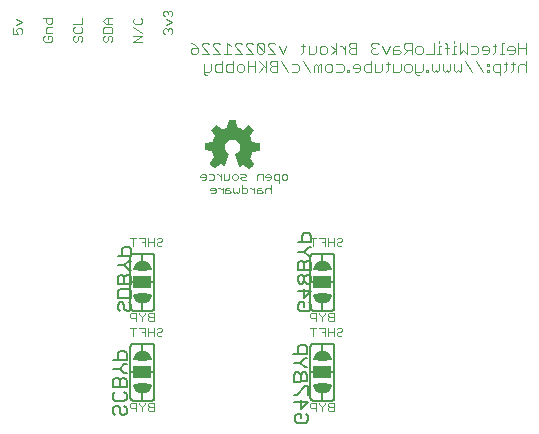
<source format=gbr>
G04 EAGLE Gerber RS-274X export*
G75*
%MOMM*%
%FSLAX34Y34*%
%LPD*%
%INSilkscreen Bottom*%
%IPPOS*%
%AMOC8*
5,1,8,0,0,1.08239X$1,22.5*%
G01*
%ADD10C,0.076200*%
%ADD11C,0.152400*%
%ADD12C,0.127000*%
%ADD13R,1.524000X1.016000*%
%ADD14C,0.050800*%

G36*
X395140Y514872D02*
X395140Y514872D01*
X395192Y514877D01*
X395214Y514891D01*
X395225Y514893D01*
X395233Y514902D01*
X395262Y514920D01*
X396151Y515682D01*
X396152Y515683D01*
X396154Y515685D01*
X397297Y516701D01*
X397300Y516705D01*
X397308Y516711D01*
X398197Y517600D01*
X398200Y517604D01*
X398207Y517611D01*
X399223Y518754D01*
X399239Y518786D01*
X399253Y518802D01*
X399255Y518818D01*
X399279Y518857D01*
X399279Y518870D01*
X399284Y518881D01*
X399277Y518940D01*
X399276Y518998D01*
X399268Y519013D01*
X399267Y519021D01*
X399259Y519031D01*
X399239Y519071D01*
X395653Y524017D01*
X396459Y525398D01*
X396460Y525404D01*
X396467Y525413D01*
X396975Y526429D01*
X396977Y526441D01*
X396991Y526469D01*
X397372Y527739D01*
X397372Y527740D01*
X397373Y527742D01*
X397836Y529366D01*
X403901Y530356D01*
X403960Y530384D01*
X404020Y530410D01*
X404023Y530414D01*
X404028Y530417D01*
X404063Y530472D01*
X404100Y530526D01*
X404101Y530533D01*
X404103Y530536D01*
X404103Y530545D01*
X404113Y530606D01*
X404113Y536194D01*
X404095Y536257D01*
X404079Y536321D01*
X404076Y536324D01*
X404074Y536329D01*
X404025Y536373D01*
X403978Y536418D01*
X403971Y536420D01*
X403969Y536423D01*
X403960Y536424D01*
X403901Y536444D01*
X397815Y537438D01*
X397496Y538183D01*
X397119Y539563D01*
X397113Y539573D01*
X397105Y539602D01*
X396343Y541253D01*
X396337Y541260D01*
X396330Y541277D01*
X395652Y542408D01*
X399116Y547481D01*
X399136Y547540D01*
X399159Y547599D01*
X399157Y547607D01*
X399160Y547615D01*
X399145Y547676D01*
X399134Y547737D01*
X399127Y547746D01*
X399126Y547752D01*
X399117Y547760D01*
X399086Y547803D01*
X398457Y548433D01*
X397445Y549570D01*
X397441Y549573D01*
X397435Y549581D01*
X396165Y550851D01*
X396156Y550856D01*
X396141Y550872D01*
X394998Y551761D01*
X394951Y551780D01*
X394908Y551806D01*
X394887Y551805D01*
X394868Y551813D01*
X394818Y551804D01*
X394767Y551803D01*
X394741Y551789D01*
X394729Y551787D01*
X394720Y551779D01*
X394694Y551766D01*
X389747Y548179D01*
X388111Y549114D01*
X388100Y549116D01*
X388079Y549129D01*
X386809Y549637D01*
X386804Y549638D01*
X386795Y549642D01*
X385035Y550229D01*
X384044Y556175D01*
X384021Y556222D01*
X384005Y556273D01*
X383991Y556285D01*
X383983Y556302D01*
X383938Y556330D01*
X383898Y556364D01*
X383873Y556371D01*
X383863Y556377D01*
X383851Y556376D01*
X383819Y556385D01*
X382549Y556512D01*
X382541Y556511D01*
X382524Y556513D01*
X379603Y556513D01*
X379596Y556511D01*
X379582Y556512D01*
X378058Y556385D01*
X378008Y556366D01*
X377957Y556355D01*
X377944Y556342D01*
X377926Y556335D01*
X377895Y556293D01*
X377857Y556255D01*
X377849Y556231D01*
X377842Y556222D01*
X377841Y556210D01*
X377830Y556179D01*
X376717Y550121D01*
X375738Y549903D01*
X375727Y549897D01*
X375690Y549887D01*
X373404Y548871D01*
X373398Y548867D01*
X373384Y548861D01*
X372380Y548304D01*
X367303Y551895D01*
X367261Y551909D01*
X367224Y551932D01*
X367196Y551932D01*
X367170Y551941D01*
X367127Y551931D01*
X367083Y551930D01*
X367045Y551912D01*
X367033Y551909D01*
X367027Y551902D01*
X367010Y551894D01*
X366121Y551259D01*
X366116Y551253D01*
X366101Y551244D01*
X365085Y550355D01*
X365082Y550350D01*
X365073Y550343D01*
X363803Y549073D01*
X363799Y549065D01*
X363784Y549052D01*
X362768Y547782D01*
X362748Y547734D01*
X362721Y547690D01*
X362722Y547670D01*
X362714Y547652D01*
X362723Y547601D01*
X362724Y547549D01*
X362736Y547524D01*
X362738Y547513D01*
X362746Y547504D01*
X362760Y547476D01*
X366227Y542648D01*
X366172Y542538D01*
X365287Y541021D01*
X365285Y541012D01*
X365275Y540998D01*
X364640Y539601D01*
X364639Y539591D01*
X364629Y539570D01*
X364166Y538066D01*
X358094Y536951D01*
X358049Y536928D01*
X358000Y536913D01*
X357987Y536897D01*
X357968Y536888D01*
X357942Y536844D01*
X357909Y536806D01*
X357901Y536778D01*
X357895Y536767D01*
X357896Y536756D01*
X357888Y536727D01*
X357761Y535457D01*
X357761Y535456D01*
X357761Y535455D01*
X357634Y534058D01*
X357635Y534050D01*
X357633Y534035D01*
X357633Y531114D01*
X357650Y531053D01*
X357664Y530992D01*
X357670Y530986D01*
X357672Y530979D01*
X357719Y530937D01*
X357764Y530892D01*
X357773Y530889D01*
X357777Y530885D01*
X357788Y530883D01*
X357840Y530865D01*
X363903Y529751D01*
X364371Y527878D01*
X364375Y527872D01*
X364377Y527859D01*
X364885Y526335D01*
X364892Y526324D01*
X364906Y526287D01*
X365714Y524902D01*
X362123Y519701D01*
X362107Y519655D01*
X362084Y519613D01*
X362085Y519590D01*
X362078Y519567D01*
X362089Y519521D01*
X362092Y519473D01*
X362109Y519443D01*
X362112Y519430D01*
X362119Y519423D01*
X362131Y519402D01*
X363020Y518259D01*
X363025Y518255D01*
X363031Y518246D01*
X364047Y517103D01*
X364051Y517100D01*
X364057Y517092D01*
X364946Y516203D01*
X364951Y516200D01*
X364958Y516191D01*
X365974Y515302D01*
X366025Y515279D01*
X366072Y515249D01*
X366088Y515249D01*
X366102Y515243D01*
X366157Y515250D01*
X366213Y515250D01*
X366232Y515259D01*
X366242Y515261D01*
X366252Y515269D01*
X366286Y515286D01*
X371224Y518742D01*
X372605Y517822D01*
X372617Y517818D01*
X372648Y517799D01*
X374172Y517164D01*
X374189Y517162D01*
X374205Y517153D01*
X374258Y517154D01*
X374312Y517148D01*
X374328Y517156D01*
X374345Y517157D01*
X374390Y517186D01*
X374438Y517210D01*
X374448Y517225D01*
X374463Y517235D01*
X374504Y517304D01*
X378441Y527210D01*
X378447Y527274D01*
X378457Y527337D01*
X378454Y527343D01*
X378455Y527351D01*
X378426Y527408D01*
X378401Y527466D01*
X378394Y527472D01*
X378391Y527477D01*
X378382Y527482D01*
X378340Y527519D01*
X377197Y528228D01*
X376242Y529137D01*
X375492Y530222D01*
X374979Y531437D01*
X374725Y532731D01*
X374739Y534049D01*
X375023Y535337D01*
X375563Y536540D01*
X376337Y537607D01*
X377312Y538495D01*
X378448Y539165D01*
X379696Y539589D01*
X381004Y539749D01*
X382357Y539630D01*
X383652Y539223D01*
X384829Y538549D01*
X385835Y537638D01*
X386623Y536533D01*
X387156Y535285D01*
X387409Y533952D01*
X387371Y532595D01*
X387044Y531278D01*
X386442Y530062D01*
X385593Y529003D01*
X384538Y528150D01*
X383300Y527530D01*
X383249Y527483D01*
X383197Y527436D01*
X383197Y527435D01*
X383196Y527435D01*
X383178Y527367D01*
X383160Y527300D01*
X383160Y527299D01*
X383160Y527297D01*
X383174Y527220D01*
X386730Y517060D01*
X386750Y517033D01*
X386760Y517001D01*
X386790Y516977D01*
X386812Y516946D01*
X386843Y516933D01*
X386869Y516911D01*
X386907Y516907D01*
X386942Y516892D01*
X386975Y516898D01*
X387009Y516894D01*
X387075Y516916D01*
X387081Y516917D01*
X387082Y516918D01*
X387086Y516919D01*
X389873Y518373D01*
X394954Y514903D01*
X395005Y514886D01*
X395052Y514863D01*
X395071Y514865D01*
X395088Y514859D01*
X395140Y514872D01*
G37*
D10*
X304419Y622681D02*
X297047Y622681D01*
X304419Y627596D01*
X297047Y627596D01*
X297047Y635080D02*
X304419Y630165D01*
X297047Y641335D02*
X298275Y642564D01*
X297047Y641335D02*
X297047Y638878D01*
X298275Y637649D01*
X303190Y637649D01*
X304419Y638878D01*
X304419Y641335D01*
X303190Y642564D01*
X466571Y317125D02*
X466571Y309753D01*
X466571Y317125D02*
X462885Y317125D01*
X461657Y315897D01*
X461657Y314668D01*
X462885Y313439D01*
X461657Y312210D01*
X461657Y310982D01*
X462885Y309753D01*
X466571Y309753D01*
X466571Y313439D02*
X462885Y313439D01*
X459087Y315897D02*
X459087Y317125D01*
X459087Y315897D02*
X456630Y313439D01*
X454172Y315897D01*
X454172Y317125D01*
X456630Y313439D02*
X456630Y309753D01*
X451603Y309753D02*
X451603Y317125D01*
X447917Y317125D01*
X446688Y315897D01*
X446688Y313439D01*
X447917Y312210D01*
X451603Y312210D01*
X314171Y309753D02*
X314171Y317125D01*
X310485Y317125D01*
X309257Y315897D01*
X309257Y314668D01*
X310485Y313439D01*
X309257Y312210D01*
X309257Y310982D01*
X310485Y309753D01*
X314171Y309753D01*
X314171Y313439D02*
X310485Y313439D01*
X306687Y315897D02*
X306687Y317125D01*
X306687Y315897D02*
X304230Y313439D01*
X301772Y315897D01*
X301772Y317125D01*
X304230Y313439D02*
X304230Y309753D01*
X299203Y309753D02*
X299203Y317125D01*
X295517Y317125D01*
X294288Y315897D01*
X294288Y313439D01*
X295517Y312210D01*
X299203Y312210D01*
X314171Y385953D02*
X314171Y393325D01*
X310485Y393325D01*
X309257Y392097D01*
X309257Y390868D01*
X310485Y389639D01*
X309257Y388410D01*
X309257Y387182D01*
X310485Y385953D01*
X314171Y385953D01*
X314171Y389639D02*
X310485Y389639D01*
X306687Y392097D02*
X306687Y393325D01*
X306687Y392097D02*
X304230Y389639D01*
X301772Y392097D01*
X301772Y393325D01*
X304230Y389639D02*
X304230Y385953D01*
X299203Y385953D02*
X299203Y393325D01*
X295517Y393325D01*
X294288Y392097D01*
X294288Y389639D01*
X295517Y388410D01*
X299203Y388410D01*
X466571Y385953D02*
X466571Y393325D01*
X462885Y393325D01*
X461657Y392097D01*
X461657Y390868D01*
X462885Y389639D01*
X461657Y388410D01*
X461657Y387182D01*
X462885Y385953D01*
X466571Y385953D01*
X466571Y389639D02*
X462885Y389639D01*
X459087Y392097D02*
X459087Y393325D01*
X459087Y392097D02*
X456630Y389639D01*
X454172Y392097D01*
X454172Y393325D01*
X456630Y389639D02*
X456630Y385953D01*
X451603Y385953D02*
X451603Y393325D01*
X447917Y393325D01*
X446688Y392097D01*
X446688Y389639D01*
X447917Y388410D01*
X451603Y388410D01*
X469141Y455597D02*
X470370Y456825D01*
X472827Y456825D01*
X474056Y455597D01*
X474056Y454368D01*
X472827Y453139D01*
X470370Y453139D01*
X469141Y451910D01*
X469141Y450682D01*
X470370Y449453D01*
X472827Y449453D01*
X474056Y450682D01*
X466571Y449453D02*
X466571Y456825D01*
X466571Y453139D02*
X461657Y453139D01*
X461657Y456825D02*
X461657Y449453D01*
X459087Y449453D02*
X459087Y456825D01*
X454172Y456825D01*
X456630Y453139D02*
X459087Y453139D01*
X449146Y449453D02*
X449146Y456825D01*
X451603Y456825D02*
X446688Y456825D01*
X317970Y456825D02*
X316741Y455597D01*
X317970Y456825D02*
X320427Y456825D01*
X321656Y455597D01*
X321656Y454368D01*
X320427Y453139D01*
X317970Y453139D01*
X316741Y451910D01*
X316741Y450682D01*
X317970Y449453D01*
X320427Y449453D01*
X321656Y450682D01*
X314171Y449453D02*
X314171Y456825D01*
X314171Y453139D02*
X309257Y453139D01*
X309257Y456825D02*
X309257Y449453D01*
X306687Y449453D02*
X306687Y456825D01*
X301772Y456825D01*
X304230Y453139D02*
X306687Y453139D01*
X296746Y449453D02*
X296746Y456825D01*
X299203Y456825D02*
X294288Y456825D01*
X317970Y380625D02*
X316741Y379397D01*
X317970Y380625D02*
X320427Y380625D01*
X321656Y379397D01*
X321656Y378168D01*
X320427Y376939D01*
X317970Y376939D01*
X316741Y375710D01*
X316741Y374482D01*
X317970Y373253D01*
X320427Y373253D01*
X321656Y374482D01*
X314171Y373253D02*
X314171Y380625D01*
X314171Y376939D02*
X309257Y376939D01*
X309257Y380625D02*
X309257Y373253D01*
X306687Y373253D02*
X306687Y380625D01*
X301772Y380625D01*
X304230Y376939D02*
X306687Y376939D01*
X296746Y373253D02*
X296746Y380625D01*
X299203Y380625D02*
X294288Y380625D01*
X469141Y379397D02*
X470370Y380625D01*
X472827Y380625D01*
X474056Y379397D01*
X474056Y378168D01*
X472827Y376939D01*
X470370Y376939D01*
X469141Y375710D01*
X469141Y374482D01*
X470370Y373253D01*
X472827Y373253D01*
X474056Y374482D01*
X466571Y373253D02*
X466571Y380625D01*
X466571Y376939D02*
X461657Y376939D01*
X461657Y380625D02*
X461657Y373253D01*
X459087Y373253D02*
X459087Y380625D01*
X454172Y380625D01*
X456630Y376939D02*
X459087Y376939D01*
X449146Y373253D02*
X449146Y380625D01*
X451603Y380625D02*
X446688Y380625D01*
X629412Y612521D02*
X629412Y621927D01*
X629412Y617224D02*
X623141Y617224D01*
X623141Y621927D02*
X623141Y612521D01*
X618489Y612521D02*
X615353Y612521D01*
X618489Y612521D02*
X620056Y614089D01*
X620056Y617224D01*
X618489Y618792D01*
X615353Y618792D01*
X613786Y617224D01*
X613786Y615656D01*
X620056Y615656D01*
X610701Y621927D02*
X609134Y621927D01*
X609134Y612521D01*
X610701Y612521D02*
X607566Y612521D01*
X602897Y614089D02*
X602897Y620359D01*
X602897Y614089D02*
X601329Y612521D01*
X601329Y618792D02*
X604465Y618792D01*
X596660Y612521D02*
X593525Y612521D01*
X596660Y612521D02*
X598228Y614089D01*
X598228Y617224D01*
X596660Y618792D01*
X593525Y618792D01*
X591957Y617224D01*
X591957Y615656D01*
X598228Y615656D01*
X587305Y618792D02*
X582602Y618792D01*
X587305Y618792D02*
X588873Y617224D01*
X588873Y614089D01*
X587305Y612521D01*
X582602Y612521D01*
X579517Y612521D02*
X579517Y621927D01*
X576382Y615656D02*
X579517Y612521D01*
X576382Y615656D02*
X573247Y612521D01*
X573247Y621927D01*
X570162Y618792D02*
X568595Y618792D01*
X568595Y612521D01*
X570162Y612521D02*
X567027Y612521D01*
X568595Y621927D02*
X568595Y623495D01*
X562358Y620359D02*
X562358Y612521D01*
X562358Y620359D02*
X560790Y621927D01*
X560790Y617224D02*
X563925Y617224D01*
X557689Y618792D02*
X556121Y618792D01*
X556121Y612521D01*
X557689Y612521D02*
X554553Y612521D01*
X556121Y621927D02*
X556121Y623495D01*
X551452Y621927D02*
X551452Y612521D01*
X545181Y612521D01*
X540529Y612521D02*
X537394Y612521D01*
X535826Y614089D01*
X535826Y617224D01*
X537394Y618792D01*
X540529Y618792D01*
X542097Y617224D01*
X542097Y614089D01*
X540529Y612521D01*
X532741Y612521D02*
X532741Y621927D01*
X528038Y621927D01*
X526471Y620359D01*
X526471Y617224D01*
X528038Y615656D01*
X532741Y615656D01*
X529606Y615656D02*
X526471Y612521D01*
X521819Y618792D02*
X518683Y618792D01*
X517116Y617224D01*
X517116Y612521D01*
X521819Y612521D01*
X523386Y614089D01*
X521819Y615656D01*
X517116Y615656D01*
X514031Y618792D02*
X510896Y612521D01*
X507760Y618792D01*
X504676Y620359D02*
X503108Y621927D01*
X499973Y621927D01*
X498405Y620359D01*
X498405Y618792D01*
X499973Y617224D01*
X501541Y617224D01*
X499973Y617224D02*
X498405Y615656D01*
X498405Y614089D01*
X499973Y612521D01*
X503108Y612521D01*
X504676Y614089D01*
X485966Y612521D02*
X485966Y621927D01*
X481263Y621927D01*
X479695Y620359D01*
X479695Y618792D01*
X481263Y617224D01*
X479695Y615656D01*
X479695Y614089D01*
X481263Y612521D01*
X485966Y612521D01*
X485966Y617224D02*
X481263Y617224D01*
X476610Y618792D02*
X476610Y612521D01*
X476610Y615656D02*
X473475Y618792D01*
X471907Y618792D01*
X468814Y621927D02*
X468814Y612521D01*
X468814Y615656D02*
X464111Y612521D01*
X468814Y615656D02*
X464111Y618792D01*
X459451Y612521D02*
X456315Y612521D01*
X454748Y614089D01*
X454748Y617224D01*
X456315Y618792D01*
X459451Y618792D01*
X461018Y617224D01*
X461018Y614089D01*
X459451Y612521D01*
X451663Y614089D02*
X451663Y618792D01*
X451663Y614089D02*
X450096Y612521D01*
X445393Y612521D01*
X445393Y618792D01*
X440740Y620359D02*
X440740Y614089D01*
X439173Y612521D01*
X439173Y618792D02*
X442308Y618792D01*
X426716Y618792D02*
X423581Y612521D01*
X420445Y618792D01*
X417361Y612521D02*
X411090Y612521D01*
X417361Y612521D02*
X411090Y618792D01*
X411090Y620359D01*
X412658Y621927D01*
X415793Y621927D01*
X417361Y620359D01*
X408006Y620359D02*
X408006Y614089D01*
X408006Y620359D02*
X406438Y621927D01*
X403303Y621927D01*
X401735Y620359D01*
X401735Y614089D01*
X403303Y612521D01*
X406438Y612521D01*
X408006Y614089D01*
X401735Y620359D01*
X398650Y612521D02*
X392380Y612521D01*
X398650Y612521D02*
X392380Y618792D01*
X392380Y620359D01*
X393947Y621927D01*
X397083Y621927D01*
X398650Y620359D01*
X389295Y612521D02*
X383025Y612521D01*
X389295Y612521D02*
X383025Y618792D01*
X383025Y620359D01*
X384592Y621927D01*
X387728Y621927D01*
X389295Y620359D01*
X379940Y618792D02*
X376805Y621927D01*
X376805Y612521D01*
X379940Y612521D02*
X373669Y612521D01*
X370585Y612521D02*
X364314Y612521D01*
X370585Y612521D02*
X364314Y618792D01*
X364314Y620359D01*
X365882Y621927D01*
X369017Y621927D01*
X370585Y620359D01*
X361230Y612521D02*
X354959Y612521D01*
X361230Y612521D02*
X354959Y618792D01*
X354959Y620359D01*
X356527Y621927D01*
X359662Y621927D01*
X361230Y620359D01*
X348739Y620359D02*
X345604Y621927D01*
X348739Y620359D02*
X351875Y617224D01*
X351875Y614089D01*
X350307Y612521D01*
X347172Y612521D01*
X345604Y614089D01*
X345604Y615656D01*
X347172Y617224D01*
X351875Y617224D01*
X629412Y606687D02*
X629412Y597281D01*
X629412Y601984D02*
X627844Y603552D01*
X624709Y603552D01*
X623141Y601984D01*
X623141Y597281D01*
X618489Y598849D02*
X618489Y605119D01*
X618489Y598849D02*
X616921Y597281D01*
X616921Y603552D02*
X620056Y603552D01*
X612252Y605119D02*
X612252Y598849D01*
X610684Y597281D01*
X610684Y603552D02*
X613820Y603552D01*
X607583Y603552D02*
X607583Y594146D01*
X607583Y603552D02*
X602880Y603552D01*
X601312Y601984D01*
X601312Y598849D01*
X602880Y597281D01*
X607583Y597281D01*
X598228Y603552D02*
X596660Y603552D01*
X596660Y601984D01*
X598228Y601984D01*
X598228Y603552D01*
X598228Y598849D02*
X596660Y598849D01*
X596660Y597281D01*
X598228Y597281D01*
X598228Y598849D01*
X593550Y597281D02*
X587279Y606687D01*
X577924Y606687D02*
X584195Y597281D01*
X574840Y598849D02*
X574840Y603552D01*
X574840Y598849D02*
X573272Y597281D01*
X571704Y598849D01*
X570137Y597281D01*
X568569Y598849D01*
X568569Y603552D01*
X565485Y603552D02*
X565485Y598849D01*
X563917Y597281D01*
X562349Y598849D01*
X560782Y597281D01*
X559214Y598849D01*
X559214Y603552D01*
X556129Y603552D02*
X556129Y598849D01*
X554562Y597281D01*
X552994Y598849D01*
X551426Y597281D01*
X549859Y598849D01*
X549859Y603552D01*
X546774Y598849D02*
X546774Y597281D01*
X546774Y598849D02*
X545207Y598849D01*
X545207Y597281D01*
X546774Y597281D01*
X542097Y598849D02*
X542097Y603552D01*
X542097Y598849D02*
X540529Y597281D01*
X535826Y597281D01*
X535826Y595713D02*
X535826Y603552D01*
X535826Y595713D02*
X537394Y594146D01*
X538961Y594146D01*
X531174Y597281D02*
X528038Y597281D01*
X526471Y598849D01*
X526471Y601984D01*
X528038Y603552D01*
X531174Y603552D01*
X532741Y601984D01*
X532741Y598849D01*
X531174Y597281D01*
X523386Y598849D02*
X523386Y603552D01*
X523386Y598849D02*
X521819Y597281D01*
X517116Y597281D01*
X517116Y603552D01*
X512463Y605119D02*
X512463Y598849D01*
X510896Y597281D01*
X510896Y603552D02*
X514031Y603552D01*
X507794Y603552D02*
X507794Y598849D01*
X506227Y597281D01*
X501524Y597281D01*
X501524Y603552D01*
X498439Y606687D02*
X498439Y597281D01*
X493736Y597281D01*
X492168Y598849D01*
X492168Y601984D01*
X493736Y603552D01*
X498439Y603552D01*
X487516Y597281D02*
X484381Y597281D01*
X487516Y597281D02*
X489084Y598849D01*
X489084Y601984D01*
X487516Y603552D01*
X484381Y603552D01*
X482813Y601984D01*
X482813Y600416D01*
X489084Y600416D01*
X479729Y598849D02*
X479729Y597281D01*
X479729Y598849D02*
X478161Y598849D01*
X478161Y597281D01*
X479729Y597281D01*
X473483Y603552D02*
X468780Y603552D01*
X473483Y603552D02*
X475051Y601984D01*
X475051Y598849D01*
X473483Y597281D01*
X468780Y597281D01*
X464128Y597281D02*
X460993Y597281D01*
X459425Y598849D01*
X459425Y601984D01*
X460993Y603552D01*
X464128Y603552D01*
X465696Y601984D01*
X465696Y598849D01*
X464128Y597281D01*
X456341Y597281D02*
X456341Y603552D01*
X454773Y603552D01*
X453205Y601984D01*
X453205Y597281D01*
X453205Y601984D02*
X451638Y603552D01*
X450070Y601984D01*
X450070Y597281D01*
X446986Y597281D02*
X440715Y606687D01*
X436063Y603552D02*
X431360Y603552D01*
X436063Y603552D02*
X437630Y601984D01*
X437630Y598849D01*
X436063Y597281D01*
X431360Y597281D01*
X428275Y597281D02*
X422004Y606687D01*
X418920Y606687D02*
X418920Y597281D01*
X418920Y606687D02*
X414217Y606687D01*
X412649Y605119D01*
X412649Y603552D01*
X414217Y601984D01*
X412649Y600416D01*
X412649Y598849D01*
X414217Y597281D01*
X418920Y597281D01*
X418920Y601984D02*
X414217Y601984D01*
X409565Y606687D02*
X409565Y597281D01*
X409565Y600416D02*
X403294Y606687D01*
X407997Y601984D02*
X403294Y597281D01*
X400210Y597281D02*
X400210Y606687D01*
X400210Y601984D02*
X393939Y601984D01*
X393939Y606687D02*
X393939Y597281D01*
X389287Y597281D02*
X386151Y597281D01*
X384584Y598849D01*
X384584Y601984D01*
X386151Y603552D01*
X389287Y603552D01*
X390854Y601984D01*
X390854Y598849D01*
X389287Y597281D01*
X381499Y597281D02*
X381499Y606687D01*
X381499Y597281D02*
X376796Y597281D01*
X375229Y598849D01*
X375229Y601984D01*
X376796Y603552D01*
X381499Y603552D01*
X372144Y606687D02*
X372144Y597281D01*
X367441Y597281D01*
X365873Y598849D01*
X365873Y601984D01*
X367441Y603552D01*
X372144Y603552D01*
X362789Y603552D02*
X362789Y598849D01*
X361221Y597281D01*
X356518Y597281D01*
X356518Y595713D02*
X356518Y603552D01*
X356518Y595713D02*
X358086Y594146D01*
X359654Y594146D01*
X195447Y629031D02*
X195447Y633946D01*
X195447Y629031D02*
X199133Y629031D01*
X197904Y631488D01*
X197904Y632717D01*
X199133Y633946D01*
X201590Y633946D01*
X202819Y632717D01*
X202819Y630260D01*
X201590Y629031D01*
X197904Y636515D02*
X202819Y638973D01*
X197904Y641430D01*
X220847Y626367D02*
X222075Y627596D01*
X220847Y626367D02*
X220847Y623910D01*
X222075Y622681D01*
X226990Y622681D01*
X228219Y623910D01*
X228219Y626367D01*
X226990Y627596D01*
X224533Y627596D01*
X224533Y625138D01*
X223304Y630165D02*
X228219Y630165D01*
X223304Y630165D02*
X223304Y633851D01*
X224533Y635080D01*
X228219Y635080D01*
X228219Y642564D02*
X220847Y642564D01*
X228219Y642564D02*
X228219Y638878D01*
X226990Y637649D01*
X224533Y637649D01*
X223304Y638878D01*
X223304Y642564D01*
X246247Y626367D02*
X247475Y627596D01*
X246247Y626367D02*
X246247Y623910D01*
X247475Y622681D01*
X248704Y622681D01*
X249933Y623910D01*
X249933Y626367D01*
X251162Y627596D01*
X252390Y627596D01*
X253619Y626367D01*
X253619Y623910D01*
X252390Y622681D01*
X246247Y633851D02*
X247475Y635080D01*
X246247Y633851D02*
X246247Y631394D01*
X247475Y630165D01*
X252390Y630165D01*
X253619Y631394D01*
X253619Y633851D01*
X252390Y635080D01*
X253619Y637649D02*
X246247Y637649D01*
X253619Y637649D02*
X253619Y642564D01*
X271647Y626367D02*
X272875Y627596D01*
X271647Y626367D02*
X271647Y623910D01*
X272875Y622681D01*
X274104Y622681D01*
X275333Y623910D01*
X275333Y626367D01*
X276562Y627596D01*
X277790Y627596D01*
X279019Y626367D01*
X279019Y623910D01*
X277790Y622681D01*
X279019Y630165D02*
X271647Y630165D01*
X279019Y630165D02*
X279019Y633851D01*
X277790Y635080D01*
X272875Y635080D01*
X271647Y633851D01*
X271647Y630165D01*
X274104Y637649D02*
X279019Y637649D01*
X274104Y637649D02*
X271647Y640107D01*
X274104Y642564D01*
X279019Y642564D01*
X275333Y642564D02*
X275333Y637649D01*
X322447Y630260D02*
X323675Y629031D01*
X322447Y630260D02*
X322447Y632717D01*
X323675Y633946D01*
X324904Y633946D01*
X326133Y632717D01*
X326133Y631488D01*
X326133Y632717D02*
X327362Y633946D01*
X328590Y633946D01*
X329819Y632717D01*
X329819Y630260D01*
X328590Y629031D01*
X324904Y636515D02*
X329819Y638973D01*
X324904Y641430D01*
X323675Y643999D02*
X322447Y645228D01*
X322447Y647685D01*
X323675Y648914D01*
X324904Y648914D01*
X326133Y647685D01*
X326133Y646457D01*
X326133Y647685D02*
X327362Y648914D01*
X328590Y648914D01*
X329819Y647685D01*
X329819Y645228D01*
X328590Y643999D01*
D11*
X294640Y440690D02*
X294640Y397510D01*
X314960Y440690D02*
X314958Y440790D01*
X314952Y440889D01*
X314942Y440989D01*
X314929Y441087D01*
X314911Y441186D01*
X314890Y441283D01*
X314865Y441379D01*
X314836Y441475D01*
X314803Y441569D01*
X314767Y441662D01*
X314727Y441753D01*
X314683Y441843D01*
X314636Y441931D01*
X314586Y442017D01*
X314532Y442101D01*
X314475Y442183D01*
X314415Y442262D01*
X314351Y442340D01*
X314285Y442414D01*
X314216Y442486D01*
X314144Y442555D01*
X314070Y442621D01*
X313992Y442685D01*
X313913Y442745D01*
X313831Y442802D01*
X313747Y442856D01*
X313661Y442906D01*
X313573Y442953D01*
X313483Y442997D01*
X313392Y443037D01*
X313299Y443073D01*
X313205Y443106D01*
X313109Y443135D01*
X313013Y443160D01*
X312916Y443181D01*
X312817Y443199D01*
X312719Y443212D01*
X312619Y443222D01*
X312520Y443228D01*
X312420Y443230D01*
X314960Y397510D02*
X314958Y397410D01*
X314952Y397311D01*
X314942Y397211D01*
X314929Y397113D01*
X314911Y397014D01*
X314890Y396917D01*
X314865Y396821D01*
X314836Y396725D01*
X314803Y396631D01*
X314767Y396538D01*
X314727Y396447D01*
X314683Y396357D01*
X314636Y396269D01*
X314586Y396183D01*
X314532Y396099D01*
X314475Y396017D01*
X314415Y395938D01*
X314351Y395860D01*
X314285Y395786D01*
X314216Y395714D01*
X314144Y395645D01*
X314070Y395579D01*
X313992Y395515D01*
X313913Y395455D01*
X313831Y395398D01*
X313747Y395344D01*
X313661Y395294D01*
X313573Y395247D01*
X313483Y395203D01*
X313392Y395163D01*
X313299Y395127D01*
X313205Y395094D01*
X313109Y395065D01*
X313013Y395040D01*
X312916Y395019D01*
X312817Y395001D01*
X312719Y394988D01*
X312619Y394978D01*
X312520Y394972D01*
X312420Y394970D01*
X297180Y394970D02*
X297080Y394972D01*
X296981Y394978D01*
X296881Y394988D01*
X296783Y395001D01*
X296684Y395019D01*
X296587Y395040D01*
X296491Y395065D01*
X296395Y395094D01*
X296301Y395127D01*
X296208Y395163D01*
X296117Y395203D01*
X296027Y395247D01*
X295939Y395294D01*
X295853Y395344D01*
X295769Y395398D01*
X295687Y395455D01*
X295608Y395515D01*
X295530Y395579D01*
X295456Y395645D01*
X295384Y395714D01*
X295315Y395786D01*
X295249Y395860D01*
X295185Y395938D01*
X295125Y396017D01*
X295068Y396099D01*
X295014Y396183D01*
X294964Y396269D01*
X294917Y396357D01*
X294873Y396447D01*
X294833Y396538D01*
X294797Y396631D01*
X294764Y396725D01*
X294735Y396821D01*
X294710Y396917D01*
X294689Y397014D01*
X294671Y397113D01*
X294658Y397211D01*
X294648Y397311D01*
X294642Y397410D01*
X294640Y397510D01*
X294640Y440690D02*
X294642Y440790D01*
X294648Y440889D01*
X294658Y440989D01*
X294671Y441087D01*
X294689Y441186D01*
X294710Y441283D01*
X294735Y441379D01*
X294764Y441475D01*
X294797Y441569D01*
X294833Y441662D01*
X294873Y441753D01*
X294917Y441843D01*
X294964Y441931D01*
X295014Y442017D01*
X295068Y442101D01*
X295125Y442183D01*
X295185Y442262D01*
X295249Y442340D01*
X295315Y442414D01*
X295384Y442486D01*
X295456Y442555D01*
X295530Y442621D01*
X295608Y442685D01*
X295687Y442745D01*
X295769Y442802D01*
X295853Y442856D01*
X295939Y442906D01*
X296027Y442953D01*
X296117Y442997D01*
X296208Y443037D01*
X296301Y443073D01*
X296395Y443106D01*
X296491Y443135D01*
X296587Y443160D01*
X296684Y443181D01*
X296783Y443199D01*
X296881Y443212D01*
X296981Y443222D01*
X297080Y443228D01*
X297180Y443230D01*
X312420Y443230D01*
X312420Y394970D02*
X297180Y394970D01*
X314960Y397510D02*
X314960Y440690D01*
X304800Y441960D02*
X304800Y436880D01*
X304800Y401320D02*
X304800Y396240D01*
X312420Y419100D02*
X314960Y419100D01*
X297180Y419100D02*
X294640Y419100D01*
D12*
X311756Y429894D02*
X304800Y429261D01*
X304800Y429261D01*
X297844Y429894D01*
X297861Y430064D01*
X297883Y430234D01*
X297909Y430402D01*
X297939Y430571D01*
X297973Y430738D01*
X298011Y430905D01*
X298054Y431070D01*
X298100Y431235D01*
X298150Y431398D01*
X298204Y431560D01*
X298263Y431721D01*
X298325Y431880D01*
X298391Y432037D01*
X298461Y432193D01*
X298534Y432347D01*
X298612Y432500D01*
X298693Y432650D01*
X298778Y432798D01*
X298866Y432945D01*
X298958Y433089D01*
X299053Y433230D01*
X299152Y433370D01*
X299254Y433507D01*
X299360Y433641D01*
X299469Y433773D01*
X299581Y433902D01*
X299696Y434028D01*
X299814Y434152D01*
X299935Y434272D01*
X300059Y434390D01*
X300186Y434504D01*
X300315Y434615D01*
X300448Y434723D01*
X300583Y434828D01*
X300720Y434930D01*
X300860Y435028D01*
X301002Y435122D01*
X301147Y435214D01*
X301294Y435301D01*
X301442Y435385D01*
X301593Y435465D01*
X301746Y435542D01*
X301900Y435615D01*
X302057Y435684D01*
X302215Y435749D01*
X302374Y435810D01*
X302535Y435868D01*
X302697Y435921D01*
X302861Y435970D01*
X303026Y436016D01*
X303191Y436057D01*
X303358Y436095D01*
X303526Y436128D01*
X303694Y436157D01*
X303863Y436182D01*
X304033Y436203D01*
X304203Y436219D01*
X304373Y436232D01*
X304544Y436240D01*
X304715Y436244D01*
X304885Y436244D01*
X305056Y436240D01*
X305227Y436232D01*
X305397Y436219D01*
X305567Y436203D01*
X305737Y436182D01*
X305906Y436157D01*
X306074Y436128D01*
X306242Y436095D01*
X306409Y436057D01*
X306574Y436016D01*
X306739Y435970D01*
X306903Y435921D01*
X307065Y435868D01*
X307226Y435810D01*
X307385Y435749D01*
X307543Y435684D01*
X307700Y435615D01*
X307854Y435542D01*
X308007Y435465D01*
X308158Y435385D01*
X308306Y435301D01*
X308453Y435214D01*
X308598Y435122D01*
X308740Y435028D01*
X308880Y434930D01*
X309017Y434828D01*
X309152Y434723D01*
X309285Y434615D01*
X309414Y434504D01*
X309541Y434390D01*
X309665Y434272D01*
X309786Y434152D01*
X309904Y434028D01*
X310019Y433902D01*
X310131Y433773D01*
X310240Y433641D01*
X310346Y433507D01*
X310448Y433370D01*
X310547Y433230D01*
X310642Y433089D01*
X310734Y432945D01*
X310822Y432798D01*
X310907Y432650D01*
X310988Y432500D01*
X311066Y432347D01*
X311139Y432193D01*
X311209Y432037D01*
X311275Y431880D01*
X311337Y431721D01*
X311396Y431560D01*
X311450Y431398D01*
X311500Y431235D01*
X311546Y431070D01*
X311589Y430905D01*
X311627Y430738D01*
X311661Y430571D01*
X311691Y430402D01*
X311717Y430234D01*
X311739Y430064D01*
X311756Y429894D01*
X310544Y429894D01*
X310526Y430043D01*
X310503Y430192D01*
X310477Y430341D01*
X310447Y430489D01*
X310413Y430635D01*
X310375Y430781D01*
X310334Y430926D01*
X310288Y431070D01*
X310239Y431213D01*
X310186Y431354D01*
X310130Y431494D01*
X310070Y431632D01*
X310006Y431769D01*
X309939Y431904D01*
X309868Y432037D01*
X309794Y432168D01*
X309717Y432297D01*
X309636Y432424D01*
X309551Y432549D01*
X309464Y432672D01*
X309373Y432793D01*
X309280Y432911D01*
X309183Y433027D01*
X309083Y433140D01*
X308981Y433250D01*
X308875Y433358D01*
X308767Y433463D01*
X308656Y433565D01*
X308542Y433664D01*
X308426Y433760D01*
X308307Y433853D01*
X308186Y433943D01*
X308063Y434030D01*
X307938Y434113D01*
X307810Y434193D01*
X307680Y434270D01*
X307549Y434344D01*
X307415Y434413D01*
X307280Y434480D01*
X307143Y434543D01*
X307004Y434602D01*
X306864Y434658D01*
X306723Y434710D01*
X306580Y434758D01*
X306436Y434803D01*
X306291Y434843D01*
X306144Y434880D01*
X305997Y434914D01*
X305849Y434943D01*
X305701Y434968D01*
X305552Y434990D01*
X305402Y435008D01*
X305252Y435021D01*
X305101Y435031D01*
X304951Y435037D01*
X304800Y435039D01*
X304649Y435037D01*
X304499Y435031D01*
X304348Y435021D01*
X304198Y435008D01*
X304048Y434990D01*
X303899Y434968D01*
X303751Y434943D01*
X303603Y434914D01*
X303456Y434880D01*
X303309Y434843D01*
X303164Y434803D01*
X303020Y434758D01*
X302877Y434710D01*
X302736Y434658D01*
X302596Y434602D01*
X302457Y434543D01*
X302320Y434480D01*
X302185Y434413D01*
X302051Y434344D01*
X301920Y434270D01*
X301790Y434193D01*
X301662Y434113D01*
X301537Y434030D01*
X301414Y433943D01*
X301293Y433853D01*
X301174Y433760D01*
X301058Y433664D01*
X300944Y433565D01*
X300833Y433463D01*
X300725Y433358D01*
X300619Y433250D01*
X300517Y433140D01*
X300417Y433027D01*
X300320Y432911D01*
X300227Y432793D01*
X300136Y432672D01*
X300049Y432549D01*
X299964Y432424D01*
X299883Y432297D01*
X299806Y432168D01*
X299732Y432037D01*
X299661Y431904D01*
X299594Y431769D01*
X299530Y431632D01*
X299470Y431494D01*
X299414Y431354D01*
X299361Y431213D01*
X299312Y431070D01*
X299266Y430926D01*
X299225Y430781D01*
X299187Y430635D01*
X299153Y430489D01*
X299123Y430341D01*
X299097Y430192D01*
X299074Y430043D01*
X299056Y429894D01*
X300271Y429893D01*
X300291Y430025D01*
X300316Y430156D01*
X300344Y430287D01*
X300376Y430417D01*
X300411Y430546D01*
X300451Y430673D01*
X300494Y430800D01*
X300541Y430925D01*
X300591Y431049D01*
X300645Y431171D01*
X300703Y431291D01*
X300764Y431410D01*
X300829Y431527D01*
X300897Y431642D01*
X300968Y431755D01*
X301042Y431866D01*
X301120Y431975D01*
X301201Y432081D01*
X301285Y432185D01*
X301372Y432287D01*
X301462Y432386D01*
X301555Y432482D01*
X301650Y432575D01*
X301748Y432666D01*
X301849Y432754D01*
X301953Y432838D01*
X302058Y432920D01*
X302166Y432999D01*
X302277Y433074D01*
X302389Y433146D01*
X302504Y433215D01*
X302620Y433280D01*
X302739Y433342D01*
X302859Y433401D01*
X302981Y433456D01*
X303104Y433507D01*
X303229Y433555D01*
X303355Y433599D01*
X303483Y433639D01*
X303611Y433676D01*
X303741Y433709D01*
X303871Y433738D01*
X304002Y433763D01*
X304134Y433784D01*
X304267Y433802D01*
X304400Y433815D01*
X304533Y433825D01*
X304666Y433831D01*
X304800Y433833D01*
X304934Y433831D01*
X305067Y433825D01*
X305200Y433815D01*
X305333Y433802D01*
X305466Y433784D01*
X305598Y433763D01*
X305729Y433738D01*
X305859Y433709D01*
X305989Y433676D01*
X306117Y433639D01*
X306245Y433599D01*
X306371Y433555D01*
X306496Y433507D01*
X306619Y433456D01*
X306741Y433401D01*
X306861Y433342D01*
X306980Y433280D01*
X307096Y433215D01*
X307211Y433146D01*
X307323Y433074D01*
X307434Y432999D01*
X307542Y432920D01*
X307647Y432838D01*
X307751Y432754D01*
X307852Y432666D01*
X307950Y432575D01*
X308045Y432482D01*
X308138Y432386D01*
X308228Y432287D01*
X308315Y432185D01*
X308399Y432081D01*
X308480Y431975D01*
X308558Y431866D01*
X308632Y431755D01*
X308703Y431642D01*
X308771Y431527D01*
X308836Y431410D01*
X308897Y431291D01*
X308955Y431171D01*
X309009Y431049D01*
X309059Y430925D01*
X309106Y430800D01*
X309149Y430673D01*
X309189Y430546D01*
X309224Y430417D01*
X309256Y430287D01*
X309284Y430156D01*
X309309Y430025D01*
X309329Y429893D01*
X308107Y429891D01*
X308084Y430004D01*
X308057Y430115D01*
X308025Y430226D01*
X307991Y430335D01*
X307952Y430444D01*
X307910Y430551D01*
X307864Y430656D01*
X307815Y430760D01*
X307762Y430862D01*
X307705Y430962D01*
X307646Y431060D01*
X307582Y431156D01*
X307516Y431250D01*
X307447Y431341D01*
X307374Y431430D01*
X307299Y431517D01*
X307220Y431601D01*
X307139Y431682D01*
X307055Y431761D01*
X306968Y431836D01*
X306879Y431909D01*
X306787Y431978D01*
X306693Y432044D01*
X306597Y432107D01*
X306499Y432167D01*
X306399Y432223D01*
X306297Y432276D01*
X306193Y432325D01*
X306088Y432371D01*
X305981Y432413D01*
X305873Y432452D01*
X305763Y432486D01*
X305652Y432517D01*
X305541Y432544D01*
X305428Y432568D01*
X305315Y432587D01*
X305201Y432603D01*
X305087Y432615D01*
X304972Y432623D01*
X304857Y432627D01*
X304743Y432627D01*
X304628Y432623D01*
X304513Y432615D01*
X304399Y432603D01*
X304285Y432587D01*
X304172Y432568D01*
X304059Y432544D01*
X303948Y432517D01*
X303837Y432486D01*
X303727Y432452D01*
X303619Y432413D01*
X303512Y432371D01*
X303407Y432325D01*
X303303Y432276D01*
X303201Y432223D01*
X303101Y432167D01*
X303003Y432107D01*
X302907Y432044D01*
X302813Y431978D01*
X302721Y431909D01*
X302632Y431836D01*
X302545Y431761D01*
X302461Y431682D01*
X302380Y431601D01*
X302301Y431517D01*
X302226Y431430D01*
X302153Y431341D01*
X302084Y431250D01*
X302018Y431156D01*
X301954Y431060D01*
X301895Y430962D01*
X301838Y430862D01*
X301785Y430760D01*
X301736Y430656D01*
X301690Y430551D01*
X301648Y430444D01*
X301609Y430335D01*
X301575Y430226D01*
X301543Y430115D01*
X301516Y430004D01*
X301493Y429891D01*
X302732Y429886D01*
X302760Y429973D01*
X302792Y430060D01*
X302828Y430144D01*
X302868Y430227D01*
X302910Y430309D01*
X302957Y430388D01*
X303007Y430466D01*
X303059Y430541D01*
X303116Y430614D01*
X303175Y430684D01*
X303237Y430752D01*
X303302Y430817D01*
X303369Y430880D01*
X303439Y430939D01*
X303512Y430995D01*
X303587Y431049D01*
X303664Y431099D01*
X303744Y431145D01*
X303825Y431188D01*
X303908Y431228D01*
X303992Y431264D01*
X304078Y431297D01*
X304166Y431326D01*
X304254Y431351D01*
X304344Y431372D01*
X304434Y431390D01*
X304525Y431403D01*
X304616Y431413D01*
X304708Y431419D01*
X304800Y431421D01*
X304892Y431419D01*
X304984Y431413D01*
X305075Y431403D01*
X305166Y431390D01*
X305256Y431372D01*
X305346Y431351D01*
X305434Y431326D01*
X305522Y431297D01*
X305608Y431264D01*
X305692Y431228D01*
X305775Y431188D01*
X305856Y431145D01*
X305936Y431099D01*
X306013Y431049D01*
X306088Y430995D01*
X306161Y430939D01*
X306231Y430880D01*
X306298Y430817D01*
X306363Y430752D01*
X306425Y430684D01*
X306484Y430614D01*
X306541Y430541D01*
X306593Y430466D01*
X306643Y430388D01*
X306690Y430309D01*
X306732Y430227D01*
X306772Y430144D01*
X306808Y430060D01*
X306840Y429973D01*
X306868Y429886D01*
X305552Y429849D01*
X305513Y429895D01*
X305472Y429938D01*
X305429Y429979D01*
X305382Y430017D01*
X305334Y430052D01*
X305284Y430083D01*
X305231Y430112D01*
X305177Y430137D01*
X305122Y430159D01*
X305065Y430178D01*
X305007Y430192D01*
X304949Y430203D01*
X304889Y430211D01*
X304830Y430215D01*
X304770Y430215D01*
X304711Y430211D01*
X304651Y430203D01*
X304593Y430192D01*
X304535Y430178D01*
X304478Y430159D01*
X304423Y430137D01*
X304369Y430112D01*
X304316Y430083D01*
X304266Y430052D01*
X304218Y430017D01*
X304171Y429979D01*
X304128Y429938D01*
X304087Y429895D01*
X304048Y429849D01*
X297844Y408306D02*
X304800Y408939D01*
X304800Y408939D01*
X311756Y408306D01*
X311739Y408136D01*
X311717Y407966D01*
X311691Y407798D01*
X311661Y407629D01*
X311627Y407462D01*
X311589Y407295D01*
X311546Y407130D01*
X311500Y406965D01*
X311450Y406802D01*
X311396Y406640D01*
X311337Y406479D01*
X311275Y406320D01*
X311209Y406163D01*
X311139Y406007D01*
X311066Y405853D01*
X310988Y405700D01*
X310907Y405550D01*
X310822Y405402D01*
X310734Y405255D01*
X310642Y405111D01*
X310547Y404970D01*
X310448Y404830D01*
X310346Y404693D01*
X310240Y404559D01*
X310131Y404427D01*
X310019Y404298D01*
X309904Y404172D01*
X309786Y404048D01*
X309665Y403928D01*
X309541Y403810D01*
X309414Y403696D01*
X309285Y403585D01*
X309152Y403477D01*
X309017Y403372D01*
X308880Y403270D01*
X308740Y403172D01*
X308598Y403078D01*
X308453Y402986D01*
X308306Y402899D01*
X308158Y402815D01*
X308007Y402735D01*
X307854Y402658D01*
X307700Y402585D01*
X307543Y402516D01*
X307385Y402451D01*
X307226Y402390D01*
X307065Y402332D01*
X306903Y402279D01*
X306739Y402230D01*
X306574Y402184D01*
X306409Y402143D01*
X306242Y402105D01*
X306074Y402072D01*
X305906Y402043D01*
X305737Y402018D01*
X305567Y401997D01*
X305397Y401981D01*
X305227Y401968D01*
X305056Y401960D01*
X304885Y401956D01*
X304715Y401956D01*
X304544Y401960D01*
X304373Y401968D01*
X304203Y401981D01*
X304033Y401997D01*
X303863Y402018D01*
X303694Y402043D01*
X303526Y402072D01*
X303358Y402105D01*
X303191Y402143D01*
X303026Y402184D01*
X302861Y402230D01*
X302697Y402279D01*
X302535Y402332D01*
X302374Y402390D01*
X302215Y402451D01*
X302057Y402516D01*
X301900Y402585D01*
X301746Y402658D01*
X301593Y402735D01*
X301442Y402815D01*
X301294Y402899D01*
X301147Y402986D01*
X301002Y403078D01*
X300860Y403172D01*
X300720Y403270D01*
X300583Y403372D01*
X300448Y403477D01*
X300315Y403585D01*
X300186Y403696D01*
X300059Y403810D01*
X299935Y403928D01*
X299814Y404048D01*
X299696Y404172D01*
X299581Y404298D01*
X299469Y404427D01*
X299360Y404559D01*
X299254Y404693D01*
X299152Y404830D01*
X299053Y404970D01*
X298958Y405111D01*
X298866Y405255D01*
X298778Y405402D01*
X298693Y405550D01*
X298612Y405700D01*
X298534Y405853D01*
X298461Y406007D01*
X298391Y406163D01*
X298325Y406320D01*
X298263Y406479D01*
X298204Y406640D01*
X298150Y406802D01*
X298100Y406965D01*
X298054Y407130D01*
X298011Y407295D01*
X297973Y407462D01*
X297939Y407629D01*
X297909Y407798D01*
X297883Y407966D01*
X297861Y408136D01*
X297844Y408306D01*
X299056Y408306D01*
X299074Y408157D01*
X299097Y408008D01*
X299123Y407859D01*
X299153Y407711D01*
X299187Y407565D01*
X299225Y407419D01*
X299266Y407274D01*
X299312Y407130D01*
X299361Y406987D01*
X299414Y406846D01*
X299470Y406706D01*
X299530Y406568D01*
X299594Y406431D01*
X299661Y406296D01*
X299732Y406163D01*
X299806Y406032D01*
X299883Y405903D01*
X299964Y405776D01*
X300049Y405651D01*
X300136Y405528D01*
X300227Y405407D01*
X300320Y405289D01*
X300417Y405173D01*
X300517Y405060D01*
X300619Y404950D01*
X300725Y404842D01*
X300833Y404737D01*
X300944Y404635D01*
X301058Y404536D01*
X301174Y404440D01*
X301293Y404347D01*
X301414Y404257D01*
X301537Y404170D01*
X301662Y404087D01*
X301790Y404007D01*
X301920Y403930D01*
X302051Y403856D01*
X302185Y403787D01*
X302320Y403720D01*
X302457Y403657D01*
X302596Y403598D01*
X302736Y403542D01*
X302877Y403490D01*
X303020Y403442D01*
X303164Y403397D01*
X303309Y403357D01*
X303456Y403320D01*
X303603Y403286D01*
X303751Y403257D01*
X303899Y403232D01*
X304048Y403210D01*
X304198Y403192D01*
X304348Y403179D01*
X304499Y403169D01*
X304649Y403163D01*
X304800Y403161D01*
X304951Y403163D01*
X305101Y403169D01*
X305252Y403179D01*
X305402Y403192D01*
X305552Y403210D01*
X305701Y403232D01*
X305849Y403257D01*
X305997Y403286D01*
X306144Y403320D01*
X306291Y403357D01*
X306436Y403397D01*
X306580Y403442D01*
X306723Y403490D01*
X306864Y403542D01*
X307004Y403598D01*
X307143Y403657D01*
X307280Y403720D01*
X307415Y403787D01*
X307549Y403856D01*
X307680Y403930D01*
X307810Y404007D01*
X307938Y404087D01*
X308063Y404170D01*
X308186Y404257D01*
X308307Y404347D01*
X308426Y404440D01*
X308542Y404536D01*
X308656Y404635D01*
X308767Y404737D01*
X308875Y404842D01*
X308981Y404950D01*
X309083Y405060D01*
X309183Y405173D01*
X309280Y405289D01*
X309373Y405407D01*
X309464Y405528D01*
X309551Y405651D01*
X309636Y405776D01*
X309717Y405903D01*
X309794Y406032D01*
X309868Y406163D01*
X309939Y406296D01*
X310006Y406431D01*
X310070Y406568D01*
X310130Y406706D01*
X310186Y406846D01*
X310239Y406987D01*
X310288Y407130D01*
X310334Y407274D01*
X310375Y407419D01*
X310413Y407565D01*
X310447Y407711D01*
X310477Y407859D01*
X310503Y408008D01*
X310526Y408157D01*
X310544Y408306D01*
X309329Y408307D01*
X309309Y408175D01*
X309284Y408044D01*
X309256Y407913D01*
X309224Y407783D01*
X309189Y407654D01*
X309149Y407527D01*
X309106Y407400D01*
X309059Y407275D01*
X309009Y407151D01*
X308955Y407029D01*
X308897Y406909D01*
X308836Y406790D01*
X308771Y406673D01*
X308703Y406558D01*
X308632Y406445D01*
X308558Y406334D01*
X308480Y406225D01*
X308399Y406119D01*
X308315Y406015D01*
X308228Y405913D01*
X308138Y405814D01*
X308045Y405718D01*
X307950Y405625D01*
X307852Y405534D01*
X307751Y405446D01*
X307647Y405362D01*
X307542Y405280D01*
X307434Y405201D01*
X307323Y405126D01*
X307211Y405054D01*
X307096Y404985D01*
X306980Y404920D01*
X306861Y404858D01*
X306741Y404799D01*
X306619Y404744D01*
X306496Y404693D01*
X306371Y404645D01*
X306245Y404601D01*
X306117Y404561D01*
X305989Y404524D01*
X305859Y404491D01*
X305729Y404462D01*
X305598Y404437D01*
X305466Y404416D01*
X305333Y404398D01*
X305200Y404385D01*
X305067Y404375D01*
X304934Y404369D01*
X304800Y404367D01*
X304666Y404369D01*
X304533Y404375D01*
X304400Y404385D01*
X304267Y404398D01*
X304134Y404416D01*
X304002Y404437D01*
X303871Y404462D01*
X303741Y404491D01*
X303611Y404524D01*
X303483Y404561D01*
X303355Y404601D01*
X303229Y404645D01*
X303104Y404693D01*
X302981Y404744D01*
X302859Y404799D01*
X302739Y404858D01*
X302620Y404920D01*
X302504Y404985D01*
X302389Y405054D01*
X302277Y405126D01*
X302166Y405201D01*
X302058Y405280D01*
X301953Y405362D01*
X301849Y405446D01*
X301748Y405534D01*
X301650Y405625D01*
X301555Y405718D01*
X301462Y405814D01*
X301372Y405913D01*
X301285Y406015D01*
X301201Y406119D01*
X301120Y406225D01*
X301042Y406334D01*
X300968Y406445D01*
X300897Y406558D01*
X300829Y406673D01*
X300764Y406790D01*
X300703Y406909D01*
X300645Y407029D01*
X300591Y407151D01*
X300541Y407275D01*
X300494Y407400D01*
X300451Y407527D01*
X300411Y407654D01*
X300376Y407783D01*
X300344Y407913D01*
X300316Y408044D01*
X300291Y408175D01*
X300271Y408307D01*
X301493Y408309D01*
X301516Y408196D01*
X301543Y408085D01*
X301575Y407974D01*
X301609Y407865D01*
X301648Y407756D01*
X301690Y407649D01*
X301736Y407544D01*
X301785Y407440D01*
X301838Y407338D01*
X301895Y407238D01*
X301954Y407140D01*
X302018Y407044D01*
X302084Y406950D01*
X302153Y406859D01*
X302226Y406770D01*
X302301Y406683D01*
X302380Y406599D01*
X302461Y406518D01*
X302545Y406439D01*
X302632Y406364D01*
X302721Y406291D01*
X302813Y406222D01*
X302907Y406156D01*
X303003Y406093D01*
X303101Y406033D01*
X303201Y405977D01*
X303303Y405924D01*
X303407Y405875D01*
X303512Y405829D01*
X303619Y405787D01*
X303727Y405748D01*
X303837Y405714D01*
X303948Y405683D01*
X304059Y405656D01*
X304172Y405632D01*
X304285Y405613D01*
X304399Y405597D01*
X304513Y405585D01*
X304628Y405577D01*
X304743Y405573D01*
X304857Y405573D01*
X304972Y405577D01*
X305087Y405585D01*
X305201Y405597D01*
X305315Y405613D01*
X305428Y405632D01*
X305541Y405656D01*
X305652Y405683D01*
X305763Y405714D01*
X305873Y405748D01*
X305981Y405787D01*
X306088Y405829D01*
X306193Y405875D01*
X306297Y405924D01*
X306399Y405977D01*
X306499Y406033D01*
X306597Y406093D01*
X306693Y406156D01*
X306787Y406222D01*
X306879Y406291D01*
X306968Y406364D01*
X307055Y406439D01*
X307139Y406518D01*
X307220Y406599D01*
X307299Y406683D01*
X307374Y406770D01*
X307447Y406859D01*
X307516Y406950D01*
X307582Y407044D01*
X307646Y407140D01*
X307705Y407238D01*
X307762Y407338D01*
X307815Y407440D01*
X307864Y407544D01*
X307910Y407649D01*
X307952Y407756D01*
X307991Y407865D01*
X308025Y407974D01*
X308057Y408085D01*
X308084Y408196D01*
X308107Y408309D01*
X306868Y408314D01*
X306840Y408227D01*
X306808Y408140D01*
X306772Y408056D01*
X306732Y407973D01*
X306690Y407891D01*
X306643Y407812D01*
X306593Y407734D01*
X306541Y407659D01*
X306484Y407586D01*
X306425Y407516D01*
X306363Y407448D01*
X306298Y407383D01*
X306231Y407320D01*
X306161Y407261D01*
X306088Y407205D01*
X306013Y407151D01*
X305936Y407101D01*
X305856Y407055D01*
X305775Y407012D01*
X305692Y406972D01*
X305608Y406936D01*
X305522Y406903D01*
X305434Y406874D01*
X305346Y406849D01*
X305256Y406828D01*
X305166Y406810D01*
X305075Y406797D01*
X304984Y406787D01*
X304892Y406781D01*
X304800Y406779D01*
X304708Y406781D01*
X304616Y406787D01*
X304525Y406797D01*
X304434Y406810D01*
X304344Y406828D01*
X304254Y406849D01*
X304166Y406874D01*
X304078Y406903D01*
X303992Y406936D01*
X303908Y406972D01*
X303825Y407012D01*
X303744Y407055D01*
X303664Y407101D01*
X303587Y407151D01*
X303512Y407205D01*
X303439Y407261D01*
X303369Y407320D01*
X303302Y407383D01*
X303237Y407448D01*
X303175Y407516D01*
X303116Y407586D01*
X303059Y407659D01*
X303007Y407734D01*
X302957Y407812D01*
X302910Y407891D01*
X302868Y407973D01*
X302828Y408056D01*
X302792Y408140D01*
X302760Y408227D01*
X302732Y408314D01*
X304048Y408351D01*
X304087Y408305D01*
X304128Y408262D01*
X304171Y408221D01*
X304218Y408183D01*
X304266Y408148D01*
X304316Y408117D01*
X304369Y408088D01*
X304423Y408063D01*
X304478Y408041D01*
X304535Y408022D01*
X304593Y408008D01*
X304651Y407997D01*
X304711Y407989D01*
X304770Y407985D01*
X304830Y407985D01*
X304889Y407989D01*
X304949Y407997D01*
X305007Y408008D01*
X305065Y408022D01*
X305122Y408041D01*
X305177Y408063D01*
X305231Y408088D01*
X305284Y408117D01*
X305334Y408148D01*
X305382Y408183D01*
X305429Y408221D01*
X305472Y408262D01*
X305513Y408305D01*
X305552Y408351D01*
D13*
X304800Y419100D03*
D12*
X293378Y401962D02*
X295285Y400055D01*
X295285Y396242D01*
X293378Y394335D01*
X291472Y394335D01*
X289565Y396242D01*
X289565Y400055D01*
X287658Y401962D01*
X285752Y401962D01*
X283845Y400055D01*
X283845Y396242D01*
X285752Y394335D01*
X283845Y406029D02*
X295285Y406029D01*
X283845Y406029D02*
X283845Y411749D01*
X285752Y413655D01*
X293378Y413655D01*
X295285Y411749D01*
X295285Y406029D01*
X295285Y417723D02*
X283845Y417723D01*
X295285Y417723D02*
X295285Y423443D01*
X293378Y425349D01*
X291472Y425349D01*
X289565Y423443D01*
X287658Y425349D01*
X285752Y425349D01*
X283845Y423443D01*
X283845Y417723D01*
X289565Y417723D02*
X289565Y423443D01*
X293378Y429417D02*
X295285Y429417D01*
X293378Y429417D02*
X289565Y433230D01*
X293378Y437043D01*
X295285Y437043D01*
X289565Y433230D02*
X283845Y433230D01*
X283845Y441111D02*
X295285Y441111D01*
X295285Y446831D01*
X293378Y448737D01*
X289565Y448737D01*
X287658Y446831D01*
X287658Y441111D01*
D11*
X447040Y440690D02*
X447040Y397510D01*
X467360Y440690D02*
X467358Y440790D01*
X467352Y440889D01*
X467342Y440989D01*
X467329Y441087D01*
X467311Y441186D01*
X467290Y441283D01*
X467265Y441379D01*
X467236Y441475D01*
X467203Y441569D01*
X467167Y441662D01*
X467127Y441753D01*
X467083Y441843D01*
X467036Y441931D01*
X466986Y442017D01*
X466932Y442101D01*
X466875Y442183D01*
X466815Y442262D01*
X466751Y442340D01*
X466685Y442414D01*
X466616Y442486D01*
X466544Y442555D01*
X466470Y442621D01*
X466392Y442685D01*
X466313Y442745D01*
X466231Y442802D01*
X466147Y442856D01*
X466061Y442906D01*
X465973Y442953D01*
X465883Y442997D01*
X465792Y443037D01*
X465699Y443073D01*
X465605Y443106D01*
X465509Y443135D01*
X465413Y443160D01*
X465316Y443181D01*
X465217Y443199D01*
X465119Y443212D01*
X465019Y443222D01*
X464920Y443228D01*
X464820Y443230D01*
X467360Y397510D02*
X467358Y397410D01*
X467352Y397311D01*
X467342Y397211D01*
X467329Y397113D01*
X467311Y397014D01*
X467290Y396917D01*
X467265Y396821D01*
X467236Y396725D01*
X467203Y396631D01*
X467167Y396538D01*
X467127Y396447D01*
X467083Y396357D01*
X467036Y396269D01*
X466986Y396183D01*
X466932Y396099D01*
X466875Y396017D01*
X466815Y395938D01*
X466751Y395860D01*
X466685Y395786D01*
X466616Y395714D01*
X466544Y395645D01*
X466470Y395579D01*
X466392Y395515D01*
X466313Y395455D01*
X466231Y395398D01*
X466147Y395344D01*
X466061Y395294D01*
X465973Y395247D01*
X465883Y395203D01*
X465792Y395163D01*
X465699Y395127D01*
X465605Y395094D01*
X465509Y395065D01*
X465413Y395040D01*
X465316Y395019D01*
X465217Y395001D01*
X465119Y394988D01*
X465019Y394978D01*
X464920Y394972D01*
X464820Y394970D01*
X449580Y394970D02*
X449480Y394972D01*
X449381Y394978D01*
X449281Y394988D01*
X449183Y395001D01*
X449084Y395019D01*
X448987Y395040D01*
X448891Y395065D01*
X448795Y395094D01*
X448701Y395127D01*
X448608Y395163D01*
X448517Y395203D01*
X448427Y395247D01*
X448339Y395294D01*
X448253Y395344D01*
X448169Y395398D01*
X448087Y395455D01*
X448008Y395515D01*
X447930Y395579D01*
X447856Y395645D01*
X447784Y395714D01*
X447715Y395786D01*
X447649Y395860D01*
X447585Y395938D01*
X447525Y396017D01*
X447468Y396099D01*
X447414Y396183D01*
X447364Y396269D01*
X447317Y396357D01*
X447273Y396447D01*
X447233Y396538D01*
X447197Y396631D01*
X447164Y396725D01*
X447135Y396821D01*
X447110Y396917D01*
X447089Y397014D01*
X447071Y397113D01*
X447058Y397211D01*
X447048Y397311D01*
X447042Y397410D01*
X447040Y397510D01*
X447040Y440690D02*
X447042Y440790D01*
X447048Y440889D01*
X447058Y440989D01*
X447071Y441087D01*
X447089Y441186D01*
X447110Y441283D01*
X447135Y441379D01*
X447164Y441475D01*
X447197Y441569D01*
X447233Y441662D01*
X447273Y441753D01*
X447317Y441843D01*
X447364Y441931D01*
X447414Y442017D01*
X447468Y442101D01*
X447525Y442183D01*
X447585Y442262D01*
X447649Y442340D01*
X447715Y442414D01*
X447784Y442486D01*
X447856Y442555D01*
X447930Y442621D01*
X448008Y442685D01*
X448087Y442745D01*
X448169Y442802D01*
X448253Y442856D01*
X448339Y442906D01*
X448427Y442953D01*
X448517Y442997D01*
X448608Y443037D01*
X448701Y443073D01*
X448795Y443106D01*
X448891Y443135D01*
X448987Y443160D01*
X449084Y443181D01*
X449183Y443199D01*
X449281Y443212D01*
X449381Y443222D01*
X449480Y443228D01*
X449580Y443230D01*
X464820Y443230D01*
X464820Y394970D02*
X449580Y394970D01*
X467360Y397510D02*
X467360Y440690D01*
X457200Y441960D02*
X457200Y436880D01*
X457200Y401320D02*
X457200Y396240D01*
X464820Y419100D02*
X467360Y419100D01*
X449580Y419100D02*
X447040Y419100D01*
D12*
X464156Y429894D02*
X457200Y429261D01*
X457200Y429261D01*
X450244Y429894D01*
X450261Y430064D01*
X450283Y430234D01*
X450309Y430402D01*
X450339Y430571D01*
X450373Y430738D01*
X450411Y430905D01*
X450454Y431070D01*
X450500Y431235D01*
X450550Y431398D01*
X450604Y431560D01*
X450663Y431721D01*
X450725Y431880D01*
X450791Y432037D01*
X450861Y432193D01*
X450934Y432347D01*
X451012Y432500D01*
X451093Y432650D01*
X451178Y432798D01*
X451266Y432945D01*
X451358Y433089D01*
X451453Y433230D01*
X451552Y433370D01*
X451654Y433507D01*
X451760Y433641D01*
X451869Y433773D01*
X451981Y433902D01*
X452096Y434028D01*
X452214Y434152D01*
X452335Y434272D01*
X452459Y434390D01*
X452586Y434504D01*
X452715Y434615D01*
X452848Y434723D01*
X452983Y434828D01*
X453120Y434930D01*
X453260Y435028D01*
X453402Y435122D01*
X453547Y435214D01*
X453694Y435301D01*
X453842Y435385D01*
X453993Y435465D01*
X454146Y435542D01*
X454300Y435615D01*
X454457Y435684D01*
X454615Y435749D01*
X454774Y435810D01*
X454935Y435868D01*
X455097Y435921D01*
X455261Y435970D01*
X455426Y436016D01*
X455591Y436057D01*
X455758Y436095D01*
X455926Y436128D01*
X456094Y436157D01*
X456263Y436182D01*
X456433Y436203D01*
X456603Y436219D01*
X456773Y436232D01*
X456944Y436240D01*
X457115Y436244D01*
X457285Y436244D01*
X457456Y436240D01*
X457627Y436232D01*
X457797Y436219D01*
X457967Y436203D01*
X458137Y436182D01*
X458306Y436157D01*
X458474Y436128D01*
X458642Y436095D01*
X458809Y436057D01*
X458974Y436016D01*
X459139Y435970D01*
X459303Y435921D01*
X459465Y435868D01*
X459626Y435810D01*
X459785Y435749D01*
X459943Y435684D01*
X460100Y435615D01*
X460254Y435542D01*
X460407Y435465D01*
X460558Y435385D01*
X460706Y435301D01*
X460853Y435214D01*
X460998Y435122D01*
X461140Y435028D01*
X461280Y434930D01*
X461417Y434828D01*
X461552Y434723D01*
X461685Y434615D01*
X461814Y434504D01*
X461941Y434390D01*
X462065Y434272D01*
X462186Y434152D01*
X462304Y434028D01*
X462419Y433902D01*
X462531Y433773D01*
X462640Y433641D01*
X462746Y433507D01*
X462848Y433370D01*
X462947Y433230D01*
X463042Y433089D01*
X463134Y432945D01*
X463222Y432798D01*
X463307Y432650D01*
X463388Y432500D01*
X463466Y432347D01*
X463539Y432193D01*
X463609Y432037D01*
X463675Y431880D01*
X463737Y431721D01*
X463796Y431560D01*
X463850Y431398D01*
X463900Y431235D01*
X463946Y431070D01*
X463989Y430905D01*
X464027Y430738D01*
X464061Y430571D01*
X464091Y430402D01*
X464117Y430234D01*
X464139Y430064D01*
X464156Y429894D01*
X462944Y429894D01*
X462926Y430043D01*
X462903Y430192D01*
X462877Y430341D01*
X462847Y430489D01*
X462813Y430635D01*
X462775Y430781D01*
X462734Y430926D01*
X462688Y431070D01*
X462639Y431213D01*
X462586Y431354D01*
X462530Y431494D01*
X462470Y431632D01*
X462406Y431769D01*
X462339Y431904D01*
X462268Y432037D01*
X462194Y432168D01*
X462117Y432297D01*
X462036Y432424D01*
X461951Y432549D01*
X461864Y432672D01*
X461773Y432793D01*
X461680Y432911D01*
X461583Y433027D01*
X461483Y433140D01*
X461381Y433250D01*
X461275Y433358D01*
X461167Y433463D01*
X461056Y433565D01*
X460942Y433664D01*
X460826Y433760D01*
X460707Y433853D01*
X460586Y433943D01*
X460463Y434030D01*
X460338Y434113D01*
X460210Y434193D01*
X460080Y434270D01*
X459949Y434344D01*
X459815Y434413D01*
X459680Y434480D01*
X459543Y434543D01*
X459404Y434602D01*
X459264Y434658D01*
X459123Y434710D01*
X458980Y434758D01*
X458836Y434803D01*
X458691Y434843D01*
X458544Y434880D01*
X458397Y434914D01*
X458249Y434943D01*
X458101Y434968D01*
X457952Y434990D01*
X457802Y435008D01*
X457652Y435021D01*
X457501Y435031D01*
X457351Y435037D01*
X457200Y435039D01*
X457049Y435037D01*
X456899Y435031D01*
X456748Y435021D01*
X456598Y435008D01*
X456448Y434990D01*
X456299Y434968D01*
X456151Y434943D01*
X456003Y434914D01*
X455856Y434880D01*
X455709Y434843D01*
X455564Y434803D01*
X455420Y434758D01*
X455277Y434710D01*
X455136Y434658D01*
X454996Y434602D01*
X454857Y434543D01*
X454720Y434480D01*
X454585Y434413D01*
X454451Y434344D01*
X454320Y434270D01*
X454190Y434193D01*
X454062Y434113D01*
X453937Y434030D01*
X453814Y433943D01*
X453693Y433853D01*
X453574Y433760D01*
X453458Y433664D01*
X453344Y433565D01*
X453233Y433463D01*
X453125Y433358D01*
X453019Y433250D01*
X452917Y433140D01*
X452817Y433027D01*
X452720Y432911D01*
X452627Y432793D01*
X452536Y432672D01*
X452449Y432549D01*
X452364Y432424D01*
X452283Y432297D01*
X452206Y432168D01*
X452132Y432037D01*
X452061Y431904D01*
X451994Y431769D01*
X451930Y431632D01*
X451870Y431494D01*
X451814Y431354D01*
X451761Y431213D01*
X451712Y431070D01*
X451666Y430926D01*
X451625Y430781D01*
X451587Y430635D01*
X451553Y430489D01*
X451523Y430341D01*
X451497Y430192D01*
X451474Y430043D01*
X451456Y429894D01*
X452671Y429893D01*
X452691Y430025D01*
X452716Y430156D01*
X452744Y430287D01*
X452776Y430417D01*
X452811Y430546D01*
X452851Y430673D01*
X452894Y430800D01*
X452941Y430925D01*
X452991Y431049D01*
X453045Y431171D01*
X453103Y431291D01*
X453164Y431410D01*
X453229Y431527D01*
X453297Y431642D01*
X453368Y431755D01*
X453442Y431866D01*
X453520Y431975D01*
X453601Y432081D01*
X453685Y432185D01*
X453772Y432287D01*
X453862Y432386D01*
X453955Y432482D01*
X454050Y432575D01*
X454148Y432666D01*
X454249Y432754D01*
X454353Y432838D01*
X454458Y432920D01*
X454566Y432999D01*
X454677Y433074D01*
X454789Y433146D01*
X454904Y433215D01*
X455020Y433280D01*
X455139Y433342D01*
X455259Y433401D01*
X455381Y433456D01*
X455504Y433507D01*
X455629Y433555D01*
X455755Y433599D01*
X455883Y433639D01*
X456011Y433676D01*
X456141Y433709D01*
X456271Y433738D01*
X456402Y433763D01*
X456534Y433784D01*
X456667Y433802D01*
X456800Y433815D01*
X456933Y433825D01*
X457066Y433831D01*
X457200Y433833D01*
X457334Y433831D01*
X457467Y433825D01*
X457600Y433815D01*
X457733Y433802D01*
X457866Y433784D01*
X457998Y433763D01*
X458129Y433738D01*
X458259Y433709D01*
X458389Y433676D01*
X458517Y433639D01*
X458645Y433599D01*
X458771Y433555D01*
X458896Y433507D01*
X459019Y433456D01*
X459141Y433401D01*
X459261Y433342D01*
X459380Y433280D01*
X459496Y433215D01*
X459611Y433146D01*
X459723Y433074D01*
X459834Y432999D01*
X459942Y432920D01*
X460047Y432838D01*
X460151Y432754D01*
X460252Y432666D01*
X460350Y432575D01*
X460445Y432482D01*
X460538Y432386D01*
X460628Y432287D01*
X460715Y432185D01*
X460799Y432081D01*
X460880Y431975D01*
X460958Y431866D01*
X461032Y431755D01*
X461103Y431642D01*
X461171Y431527D01*
X461236Y431410D01*
X461297Y431291D01*
X461355Y431171D01*
X461409Y431049D01*
X461459Y430925D01*
X461506Y430800D01*
X461549Y430673D01*
X461589Y430546D01*
X461624Y430417D01*
X461656Y430287D01*
X461684Y430156D01*
X461709Y430025D01*
X461729Y429893D01*
X460507Y429891D01*
X460484Y430004D01*
X460457Y430115D01*
X460425Y430226D01*
X460391Y430335D01*
X460352Y430444D01*
X460310Y430551D01*
X460264Y430656D01*
X460215Y430760D01*
X460162Y430862D01*
X460105Y430962D01*
X460046Y431060D01*
X459982Y431156D01*
X459916Y431250D01*
X459847Y431341D01*
X459774Y431430D01*
X459699Y431517D01*
X459620Y431601D01*
X459539Y431682D01*
X459455Y431761D01*
X459368Y431836D01*
X459279Y431909D01*
X459187Y431978D01*
X459093Y432044D01*
X458997Y432107D01*
X458899Y432167D01*
X458799Y432223D01*
X458697Y432276D01*
X458593Y432325D01*
X458488Y432371D01*
X458381Y432413D01*
X458273Y432452D01*
X458163Y432486D01*
X458052Y432517D01*
X457941Y432544D01*
X457828Y432568D01*
X457715Y432587D01*
X457601Y432603D01*
X457487Y432615D01*
X457372Y432623D01*
X457257Y432627D01*
X457143Y432627D01*
X457028Y432623D01*
X456913Y432615D01*
X456799Y432603D01*
X456685Y432587D01*
X456572Y432568D01*
X456459Y432544D01*
X456348Y432517D01*
X456237Y432486D01*
X456127Y432452D01*
X456019Y432413D01*
X455912Y432371D01*
X455807Y432325D01*
X455703Y432276D01*
X455601Y432223D01*
X455501Y432167D01*
X455403Y432107D01*
X455307Y432044D01*
X455213Y431978D01*
X455121Y431909D01*
X455032Y431836D01*
X454945Y431761D01*
X454861Y431682D01*
X454780Y431601D01*
X454701Y431517D01*
X454626Y431430D01*
X454553Y431341D01*
X454484Y431250D01*
X454418Y431156D01*
X454354Y431060D01*
X454295Y430962D01*
X454238Y430862D01*
X454185Y430760D01*
X454136Y430656D01*
X454090Y430551D01*
X454048Y430444D01*
X454009Y430335D01*
X453975Y430226D01*
X453943Y430115D01*
X453916Y430004D01*
X453893Y429891D01*
X455132Y429886D01*
X455160Y429973D01*
X455192Y430060D01*
X455228Y430144D01*
X455268Y430227D01*
X455310Y430309D01*
X455357Y430388D01*
X455407Y430466D01*
X455459Y430541D01*
X455516Y430614D01*
X455575Y430684D01*
X455637Y430752D01*
X455702Y430817D01*
X455769Y430880D01*
X455839Y430939D01*
X455912Y430995D01*
X455987Y431049D01*
X456064Y431099D01*
X456144Y431145D01*
X456225Y431188D01*
X456308Y431228D01*
X456392Y431264D01*
X456478Y431297D01*
X456566Y431326D01*
X456654Y431351D01*
X456744Y431372D01*
X456834Y431390D01*
X456925Y431403D01*
X457016Y431413D01*
X457108Y431419D01*
X457200Y431421D01*
X457292Y431419D01*
X457384Y431413D01*
X457475Y431403D01*
X457566Y431390D01*
X457656Y431372D01*
X457746Y431351D01*
X457834Y431326D01*
X457922Y431297D01*
X458008Y431264D01*
X458092Y431228D01*
X458175Y431188D01*
X458256Y431145D01*
X458336Y431099D01*
X458413Y431049D01*
X458488Y430995D01*
X458561Y430939D01*
X458631Y430880D01*
X458698Y430817D01*
X458763Y430752D01*
X458825Y430684D01*
X458884Y430614D01*
X458941Y430541D01*
X458993Y430466D01*
X459043Y430388D01*
X459090Y430309D01*
X459132Y430227D01*
X459172Y430144D01*
X459208Y430060D01*
X459240Y429973D01*
X459268Y429886D01*
X457952Y429849D01*
X457913Y429895D01*
X457872Y429938D01*
X457829Y429979D01*
X457782Y430017D01*
X457734Y430052D01*
X457684Y430083D01*
X457631Y430112D01*
X457577Y430137D01*
X457522Y430159D01*
X457465Y430178D01*
X457407Y430192D01*
X457349Y430203D01*
X457289Y430211D01*
X457230Y430215D01*
X457170Y430215D01*
X457111Y430211D01*
X457051Y430203D01*
X456993Y430192D01*
X456935Y430178D01*
X456878Y430159D01*
X456823Y430137D01*
X456769Y430112D01*
X456716Y430083D01*
X456666Y430052D01*
X456618Y430017D01*
X456571Y429979D01*
X456528Y429938D01*
X456487Y429895D01*
X456448Y429849D01*
X450244Y408306D02*
X457200Y408939D01*
X457200Y408939D01*
X464156Y408306D01*
X464139Y408136D01*
X464117Y407966D01*
X464091Y407798D01*
X464061Y407629D01*
X464027Y407462D01*
X463989Y407295D01*
X463946Y407130D01*
X463900Y406965D01*
X463850Y406802D01*
X463796Y406640D01*
X463737Y406479D01*
X463675Y406320D01*
X463609Y406163D01*
X463539Y406007D01*
X463466Y405853D01*
X463388Y405700D01*
X463307Y405550D01*
X463222Y405402D01*
X463134Y405255D01*
X463042Y405111D01*
X462947Y404970D01*
X462848Y404830D01*
X462746Y404693D01*
X462640Y404559D01*
X462531Y404427D01*
X462419Y404298D01*
X462304Y404172D01*
X462186Y404048D01*
X462065Y403928D01*
X461941Y403810D01*
X461814Y403696D01*
X461685Y403585D01*
X461552Y403477D01*
X461417Y403372D01*
X461280Y403270D01*
X461140Y403172D01*
X460998Y403078D01*
X460853Y402986D01*
X460706Y402899D01*
X460558Y402815D01*
X460407Y402735D01*
X460254Y402658D01*
X460100Y402585D01*
X459943Y402516D01*
X459785Y402451D01*
X459626Y402390D01*
X459465Y402332D01*
X459303Y402279D01*
X459139Y402230D01*
X458974Y402184D01*
X458809Y402143D01*
X458642Y402105D01*
X458474Y402072D01*
X458306Y402043D01*
X458137Y402018D01*
X457967Y401997D01*
X457797Y401981D01*
X457627Y401968D01*
X457456Y401960D01*
X457285Y401956D01*
X457115Y401956D01*
X456944Y401960D01*
X456773Y401968D01*
X456603Y401981D01*
X456433Y401997D01*
X456263Y402018D01*
X456094Y402043D01*
X455926Y402072D01*
X455758Y402105D01*
X455591Y402143D01*
X455426Y402184D01*
X455261Y402230D01*
X455097Y402279D01*
X454935Y402332D01*
X454774Y402390D01*
X454615Y402451D01*
X454457Y402516D01*
X454300Y402585D01*
X454146Y402658D01*
X453993Y402735D01*
X453842Y402815D01*
X453694Y402899D01*
X453547Y402986D01*
X453402Y403078D01*
X453260Y403172D01*
X453120Y403270D01*
X452983Y403372D01*
X452848Y403477D01*
X452715Y403585D01*
X452586Y403696D01*
X452459Y403810D01*
X452335Y403928D01*
X452214Y404048D01*
X452096Y404172D01*
X451981Y404298D01*
X451869Y404427D01*
X451760Y404559D01*
X451654Y404693D01*
X451552Y404830D01*
X451453Y404970D01*
X451358Y405111D01*
X451266Y405255D01*
X451178Y405402D01*
X451093Y405550D01*
X451012Y405700D01*
X450934Y405853D01*
X450861Y406007D01*
X450791Y406163D01*
X450725Y406320D01*
X450663Y406479D01*
X450604Y406640D01*
X450550Y406802D01*
X450500Y406965D01*
X450454Y407130D01*
X450411Y407295D01*
X450373Y407462D01*
X450339Y407629D01*
X450309Y407798D01*
X450283Y407966D01*
X450261Y408136D01*
X450244Y408306D01*
X451456Y408306D01*
X451474Y408157D01*
X451497Y408008D01*
X451523Y407859D01*
X451553Y407711D01*
X451587Y407565D01*
X451625Y407419D01*
X451666Y407274D01*
X451712Y407130D01*
X451761Y406987D01*
X451814Y406846D01*
X451870Y406706D01*
X451930Y406568D01*
X451994Y406431D01*
X452061Y406296D01*
X452132Y406163D01*
X452206Y406032D01*
X452283Y405903D01*
X452364Y405776D01*
X452449Y405651D01*
X452536Y405528D01*
X452627Y405407D01*
X452720Y405289D01*
X452817Y405173D01*
X452917Y405060D01*
X453019Y404950D01*
X453125Y404842D01*
X453233Y404737D01*
X453344Y404635D01*
X453458Y404536D01*
X453574Y404440D01*
X453693Y404347D01*
X453814Y404257D01*
X453937Y404170D01*
X454062Y404087D01*
X454190Y404007D01*
X454320Y403930D01*
X454451Y403856D01*
X454585Y403787D01*
X454720Y403720D01*
X454857Y403657D01*
X454996Y403598D01*
X455136Y403542D01*
X455277Y403490D01*
X455420Y403442D01*
X455564Y403397D01*
X455709Y403357D01*
X455856Y403320D01*
X456003Y403286D01*
X456151Y403257D01*
X456299Y403232D01*
X456448Y403210D01*
X456598Y403192D01*
X456748Y403179D01*
X456899Y403169D01*
X457049Y403163D01*
X457200Y403161D01*
X457351Y403163D01*
X457501Y403169D01*
X457652Y403179D01*
X457802Y403192D01*
X457952Y403210D01*
X458101Y403232D01*
X458249Y403257D01*
X458397Y403286D01*
X458544Y403320D01*
X458691Y403357D01*
X458836Y403397D01*
X458980Y403442D01*
X459123Y403490D01*
X459264Y403542D01*
X459404Y403598D01*
X459543Y403657D01*
X459680Y403720D01*
X459815Y403787D01*
X459949Y403856D01*
X460080Y403930D01*
X460210Y404007D01*
X460338Y404087D01*
X460463Y404170D01*
X460586Y404257D01*
X460707Y404347D01*
X460826Y404440D01*
X460942Y404536D01*
X461056Y404635D01*
X461167Y404737D01*
X461275Y404842D01*
X461381Y404950D01*
X461483Y405060D01*
X461583Y405173D01*
X461680Y405289D01*
X461773Y405407D01*
X461864Y405528D01*
X461951Y405651D01*
X462036Y405776D01*
X462117Y405903D01*
X462194Y406032D01*
X462268Y406163D01*
X462339Y406296D01*
X462406Y406431D01*
X462470Y406568D01*
X462530Y406706D01*
X462586Y406846D01*
X462639Y406987D01*
X462688Y407130D01*
X462734Y407274D01*
X462775Y407419D01*
X462813Y407565D01*
X462847Y407711D01*
X462877Y407859D01*
X462903Y408008D01*
X462926Y408157D01*
X462944Y408306D01*
X461729Y408307D01*
X461709Y408175D01*
X461684Y408044D01*
X461656Y407913D01*
X461624Y407783D01*
X461589Y407654D01*
X461549Y407527D01*
X461506Y407400D01*
X461459Y407275D01*
X461409Y407151D01*
X461355Y407029D01*
X461297Y406909D01*
X461236Y406790D01*
X461171Y406673D01*
X461103Y406558D01*
X461032Y406445D01*
X460958Y406334D01*
X460880Y406225D01*
X460799Y406119D01*
X460715Y406015D01*
X460628Y405913D01*
X460538Y405814D01*
X460445Y405718D01*
X460350Y405625D01*
X460252Y405534D01*
X460151Y405446D01*
X460047Y405362D01*
X459942Y405280D01*
X459834Y405201D01*
X459723Y405126D01*
X459611Y405054D01*
X459496Y404985D01*
X459380Y404920D01*
X459261Y404858D01*
X459141Y404799D01*
X459019Y404744D01*
X458896Y404693D01*
X458771Y404645D01*
X458645Y404601D01*
X458517Y404561D01*
X458389Y404524D01*
X458259Y404491D01*
X458129Y404462D01*
X457998Y404437D01*
X457866Y404416D01*
X457733Y404398D01*
X457600Y404385D01*
X457467Y404375D01*
X457334Y404369D01*
X457200Y404367D01*
X457066Y404369D01*
X456933Y404375D01*
X456800Y404385D01*
X456667Y404398D01*
X456534Y404416D01*
X456402Y404437D01*
X456271Y404462D01*
X456141Y404491D01*
X456011Y404524D01*
X455883Y404561D01*
X455755Y404601D01*
X455629Y404645D01*
X455504Y404693D01*
X455381Y404744D01*
X455259Y404799D01*
X455139Y404858D01*
X455020Y404920D01*
X454904Y404985D01*
X454789Y405054D01*
X454677Y405126D01*
X454566Y405201D01*
X454458Y405280D01*
X454353Y405362D01*
X454249Y405446D01*
X454148Y405534D01*
X454050Y405625D01*
X453955Y405718D01*
X453862Y405814D01*
X453772Y405913D01*
X453685Y406015D01*
X453601Y406119D01*
X453520Y406225D01*
X453442Y406334D01*
X453368Y406445D01*
X453297Y406558D01*
X453229Y406673D01*
X453164Y406790D01*
X453103Y406909D01*
X453045Y407029D01*
X452991Y407151D01*
X452941Y407275D01*
X452894Y407400D01*
X452851Y407527D01*
X452811Y407654D01*
X452776Y407783D01*
X452744Y407913D01*
X452716Y408044D01*
X452691Y408175D01*
X452671Y408307D01*
X453893Y408309D01*
X453916Y408196D01*
X453943Y408085D01*
X453975Y407974D01*
X454009Y407865D01*
X454048Y407756D01*
X454090Y407649D01*
X454136Y407544D01*
X454185Y407440D01*
X454238Y407338D01*
X454295Y407238D01*
X454354Y407140D01*
X454418Y407044D01*
X454484Y406950D01*
X454553Y406859D01*
X454626Y406770D01*
X454701Y406683D01*
X454780Y406599D01*
X454861Y406518D01*
X454945Y406439D01*
X455032Y406364D01*
X455121Y406291D01*
X455213Y406222D01*
X455307Y406156D01*
X455403Y406093D01*
X455501Y406033D01*
X455601Y405977D01*
X455703Y405924D01*
X455807Y405875D01*
X455912Y405829D01*
X456019Y405787D01*
X456127Y405748D01*
X456237Y405714D01*
X456348Y405683D01*
X456459Y405656D01*
X456572Y405632D01*
X456685Y405613D01*
X456799Y405597D01*
X456913Y405585D01*
X457028Y405577D01*
X457143Y405573D01*
X457257Y405573D01*
X457372Y405577D01*
X457487Y405585D01*
X457601Y405597D01*
X457715Y405613D01*
X457828Y405632D01*
X457941Y405656D01*
X458052Y405683D01*
X458163Y405714D01*
X458273Y405748D01*
X458381Y405787D01*
X458488Y405829D01*
X458593Y405875D01*
X458697Y405924D01*
X458799Y405977D01*
X458899Y406033D01*
X458997Y406093D01*
X459093Y406156D01*
X459187Y406222D01*
X459279Y406291D01*
X459368Y406364D01*
X459455Y406439D01*
X459539Y406518D01*
X459620Y406599D01*
X459699Y406683D01*
X459774Y406770D01*
X459847Y406859D01*
X459916Y406950D01*
X459982Y407044D01*
X460046Y407140D01*
X460105Y407238D01*
X460162Y407338D01*
X460215Y407440D01*
X460264Y407544D01*
X460310Y407649D01*
X460352Y407756D01*
X460391Y407865D01*
X460425Y407974D01*
X460457Y408085D01*
X460484Y408196D01*
X460507Y408309D01*
X459268Y408314D01*
X459240Y408227D01*
X459208Y408140D01*
X459172Y408056D01*
X459132Y407973D01*
X459090Y407891D01*
X459043Y407812D01*
X458993Y407734D01*
X458941Y407659D01*
X458884Y407586D01*
X458825Y407516D01*
X458763Y407448D01*
X458698Y407383D01*
X458631Y407320D01*
X458561Y407261D01*
X458488Y407205D01*
X458413Y407151D01*
X458336Y407101D01*
X458256Y407055D01*
X458175Y407012D01*
X458092Y406972D01*
X458008Y406936D01*
X457922Y406903D01*
X457834Y406874D01*
X457746Y406849D01*
X457656Y406828D01*
X457566Y406810D01*
X457475Y406797D01*
X457384Y406787D01*
X457292Y406781D01*
X457200Y406779D01*
X457108Y406781D01*
X457016Y406787D01*
X456925Y406797D01*
X456834Y406810D01*
X456744Y406828D01*
X456654Y406849D01*
X456566Y406874D01*
X456478Y406903D01*
X456392Y406936D01*
X456308Y406972D01*
X456225Y407012D01*
X456144Y407055D01*
X456064Y407101D01*
X455987Y407151D01*
X455912Y407205D01*
X455839Y407261D01*
X455769Y407320D01*
X455702Y407383D01*
X455637Y407448D01*
X455575Y407516D01*
X455516Y407586D01*
X455459Y407659D01*
X455407Y407734D01*
X455357Y407812D01*
X455310Y407891D01*
X455268Y407973D01*
X455228Y408056D01*
X455192Y408140D01*
X455160Y408227D01*
X455132Y408314D01*
X456448Y408351D01*
X456487Y408305D01*
X456528Y408262D01*
X456571Y408221D01*
X456618Y408183D01*
X456666Y408148D01*
X456716Y408117D01*
X456769Y408088D01*
X456823Y408063D01*
X456878Y408041D01*
X456935Y408022D01*
X456993Y408008D01*
X457051Y407997D01*
X457111Y407989D01*
X457170Y407985D01*
X457230Y407985D01*
X457289Y407989D01*
X457349Y407997D01*
X457407Y408008D01*
X457465Y408022D01*
X457522Y408041D01*
X457577Y408063D01*
X457631Y408088D01*
X457684Y408117D01*
X457734Y408148D01*
X457782Y408183D01*
X457829Y408221D01*
X457872Y408262D01*
X457913Y408305D01*
X457952Y408351D01*
D13*
X457200Y419100D03*
D12*
X445778Y401962D02*
X447685Y400055D01*
X447685Y396242D01*
X445778Y394335D01*
X438152Y394335D01*
X436245Y396242D01*
X436245Y400055D01*
X438152Y401962D01*
X441965Y401962D01*
X441965Y398148D01*
X436245Y411749D02*
X447685Y411749D01*
X441965Y406029D01*
X441965Y413655D01*
X445778Y417723D02*
X447685Y419630D01*
X447685Y423443D01*
X445778Y425349D01*
X443872Y425349D01*
X441965Y423443D01*
X440058Y425349D01*
X438152Y425349D01*
X436245Y423443D01*
X436245Y419630D01*
X438152Y417723D01*
X440058Y417723D01*
X441965Y419630D01*
X443872Y417723D01*
X445778Y417723D01*
X441965Y419630D02*
X441965Y423443D01*
X436245Y429417D02*
X447685Y429417D01*
X447685Y435137D01*
X445778Y437043D01*
X443872Y437043D01*
X441965Y435137D01*
X440058Y437043D01*
X438152Y437043D01*
X436245Y435137D01*
X436245Y429417D01*
X441965Y429417D02*
X441965Y435137D01*
X445778Y441111D02*
X447685Y441111D01*
X445778Y441111D02*
X441965Y444924D01*
X445778Y448737D01*
X447685Y448737D01*
X441965Y444924D02*
X436245Y444924D01*
X436245Y452805D02*
X447685Y452805D01*
X447685Y458525D01*
X445778Y460431D01*
X441965Y460431D01*
X440058Y458525D01*
X440058Y452805D01*
D11*
X447040Y364490D02*
X447040Y321310D01*
X467360Y364490D02*
X467358Y364590D01*
X467352Y364689D01*
X467342Y364789D01*
X467329Y364887D01*
X467311Y364986D01*
X467290Y365083D01*
X467265Y365179D01*
X467236Y365275D01*
X467203Y365369D01*
X467167Y365462D01*
X467127Y365553D01*
X467083Y365643D01*
X467036Y365731D01*
X466986Y365817D01*
X466932Y365901D01*
X466875Y365983D01*
X466815Y366062D01*
X466751Y366140D01*
X466685Y366214D01*
X466616Y366286D01*
X466544Y366355D01*
X466470Y366421D01*
X466392Y366485D01*
X466313Y366545D01*
X466231Y366602D01*
X466147Y366656D01*
X466061Y366706D01*
X465973Y366753D01*
X465883Y366797D01*
X465792Y366837D01*
X465699Y366873D01*
X465605Y366906D01*
X465509Y366935D01*
X465413Y366960D01*
X465316Y366981D01*
X465217Y366999D01*
X465119Y367012D01*
X465019Y367022D01*
X464920Y367028D01*
X464820Y367030D01*
X467360Y321310D02*
X467358Y321210D01*
X467352Y321111D01*
X467342Y321011D01*
X467329Y320913D01*
X467311Y320814D01*
X467290Y320717D01*
X467265Y320621D01*
X467236Y320525D01*
X467203Y320431D01*
X467167Y320338D01*
X467127Y320247D01*
X467083Y320157D01*
X467036Y320069D01*
X466986Y319983D01*
X466932Y319899D01*
X466875Y319817D01*
X466815Y319738D01*
X466751Y319660D01*
X466685Y319586D01*
X466616Y319514D01*
X466544Y319445D01*
X466470Y319379D01*
X466392Y319315D01*
X466313Y319255D01*
X466231Y319198D01*
X466147Y319144D01*
X466061Y319094D01*
X465973Y319047D01*
X465883Y319003D01*
X465792Y318963D01*
X465699Y318927D01*
X465605Y318894D01*
X465509Y318865D01*
X465413Y318840D01*
X465316Y318819D01*
X465217Y318801D01*
X465119Y318788D01*
X465019Y318778D01*
X464920Y318772D01*
X464820Y318770D01*
X449580Y318770D02*
X449480Y318772D01*
X449381Y318778D01*
X449281Y318788D01*
X449183Y318801D01*
X449084Y318819D01*
X448987Y318840D01*
X448891Y318865D01*
X448795Y318894D01*
X448701Y318927D01*
X448608Y318963D01*
X448517Y319003D01*
X448427Y319047D01*
X448339Y319094D01*
X448253Y319144D01*
X448169Y319198D01*
X448087Y319255D01*
X448008Y319315D01*
X447930Y319379D01*
X447856Y319445D01*
X447784Y319514D01*
X447715Y319586D01*
X447649Y319660D01*
X447585Y319738D01*
X447525Y319817D01*
X447468Y319899D01*
X447414Y319983D01*
X447364Y320069D01*
X447317Y320157D01*
X447273Y320247D01*
X447233Y320338D01*
X447197Y320431D01*
X447164Y320525D01*
X447135Y320621D01*
X447110Y320717D01*
X447089Y320814D01*
X447071Y320913D01*
X447058Y321011D01*
X447048Y321111D01*
X447042Y321210D01*
X447040Y321310D01*
X447040Y364490D02*
X447042Y364590D01*
X447048Y364689D01*
X447058Y364789D01*
X447071Y364887D01*
X447089Y364986D01*
X447110Y365083D01*
X447135Y365179D01*
X447164Y365275D01*
X447197Y365369D01*
X447233Y365462D01*
X447273Y365553D01*
X447317Y365643D01*
X447364Y365731D01*
X447414Y365817D01*
X447468Y365901D01*
X447525Y365983D01*
X447585Y366062D01*
X447649Y366140D01*
X447715Y366214D01*
X447784Y366286D01*
X447856Y366355D01*
X447930Y366421D01*
X448008Y366485D01*
X448087Y366545D01*
X448169Y366602D01*
X448253Y366656D01*
X448339Y366706D01*
X448427Y366753D01*
X448517Y366797D01*
X448608Y366837D01*
X448701Y366873D01*
X448795Y366906D01*
X448891Y366935D01*
X448987Y366960D01*
X449084Y366981D01*
X449183Y366999D01*
X449281Y367012D01*
X449381Y367022D01*
X449480Y367028D01*
X449580Y367030D01*
X464820Y367030D01*
X464820Y318770D02*
X449580Y318770D01*
X467360Y321310D02*
X467360Y364490D01*
X457200Y365760D02*
X457200Y360680D01*
X457200Y325120D02*
X457200Y320040D01*
X464820Y342900D02*
X467360Y342900D01*
X449580Y342900D02*
X447040Y342900D01*
D12*
X464156Y353694D02*
X457200Y353061D01*
X457200Y353061D01*
X450244Y353694D01*
X450261Y353864D01*
X450283Y354034D01*
X450309Y354202D01*
X450339Y354371D01*
X450373Y354538D01*
X450411Y354705D01*
X450454Y354870D01*
X450500Y355035D01*
X450550Y355198D01*
X450604Y355360D01*
X450663Y355521D01*
X450725Y355680D01*
X450791Y355837D01*
X450861Y355993D01*
X450934Y356147D01*
X451012Y356300D01*
X451093Y356450D01*
X451178Y356598D01*
X451266Y356745D01*
X451358Y356889D01*
X451453Y357030D01*
X451552Y357170D01*
X451654Y357307D01*
X451760Y357441D01*
X451869Y357573D01*
X451981Y357702D01*
X452096Y357828D01*
X452214Y357952D01*
X452335Y358072D01*
X452459Y358190D01*
X452586Y358304D01*
X452715Y358415D01*
X452848Y358523D01*
X452983Y358628D01*
X453120Y358730D01*
X453260Y358828D01*
X453402Y358922D01*
X453547Y359014D01*
X453694Y359101D01*
X453842Y359185D01*
X453993Y359265D01*
X454146Y359342D01*
X454300Y359415D01*
X454457Y359484D01*
X454615Y359549D01*
X454774Y359610D01*
X454935Y359668D01*
X455097Y359721D01*
X455261Y359770D01*
X455426Y359816D01*
X455591Y359857D01*
X455758Y359895D01*
X455926Y359928D01*
X456094Y359957D01*
X456263Y359982D01*
X456433Y360003D01*
X456603Y360019D01*
X456773Y360032D01*
X456944Y360040D01*
X457115Y360044D01*
X457285Y360044D01*
X457456Y360040D01*
X457627Y360032D01*
X457797Y360019D01*
X457967Y360003D01*
X458137Y359982D01*
X458306Y359957D01*
X458474Y359928D01*
X458642Y359895D01*
X458809Y359857D01*
X458974Y359816D01*
X459139Y359770D01*
X459303Y359721D01*
X459465Y359668D01*
X459626Y359610D01*
X459785Y359549D01*
X459943Y359484D01*
X460100Y359415D01*
X460254Y359342D01*
X460407Y359265D01*
X460558Y359185D01*
X460706Y359101D01*
X460853Y359014D01*
X460998Y358922D01*
X461140Y358828D01*
X461280Y358730D01*
X461417Y358628D01*
X461552Y358523D01*
X461685Y358415D01*
X461814Y358304D01*
X461941Y358190D01*
X462065Y358072D01*
X462186Y357952D01*
X462304Y357828D01*
X462419Y357702D01*
X462531Y357573D01*
X462640Y357441D01*
X462746Y357307D01*
X462848Y357170D01*
X462947Y357030D01*
X463042Y356889D01*
X463134Y356745D01*
X463222Y356598D01*
X463307Y356450D01*
X463388Y356300D01*
X463466Y356147D01*
X463539Y355993D01*
X463609Y355837D01*
X463675Y355680D01*
X463737Y355521D01*
X463796Y355360D01*
X463850Y355198D01*
X463900Y355035D01*
X463946Y354870D01*
X463989Y354705D01*
X464027Y354538D01*
X464061Y354371D01*
X464091Y354202D01*
X464117Y354034D01*
X464139Y353864D01*
X464156Y353694D01*
X462944Y353694D01*
X462926Y353843D01*
X462903Y353992D01*
X462877Y354141D01*
X462847Y354289D01*
X462813Y354435D01*
X462775Y354581D01*
X462734Y354726D01*
X462688Y354870D01*
X462639Y355013D01*
X462586Y355154D01*
X462530Y355294D01*
X462470Y355432D01*
X462406Y355569D01*
X462339Y355704D01*
X462268Y355837D01*
X462194Y355968D01*
X462117Y356097D01*
X462036Y356224D01*
X461951Y356349D01*
X461864Y356472D01*
X461773Y356593D01*
X461680Y356711D01*
X461583Y356827D01*
X461483Y356940D01*
X461381Y357050D01*
X461275Y357158D01*
X461167Y357263D01*
X461056Y357365D01*
X460942Y357464D01*
X460826Y357560D01*
X460707Y357653D01*
X460586Y357743D01*
X460463Y357830D01*
X460338Y357913D01*
X460210Y357993D01*
X460080Y358070D01*
X459949Y358144D01*
X459815Y358213D01*
X459680Y358280D01*
X459543Y358343D01*
X459404Y358402D01*
X459264Y358458D01*
X459123Y358510D01*
X458980Y358558D01*
X458836Y358603D01*
X458691Y358643D01*
X458544Y358680D01*
X458397Y358714D01*
X458249Y358743D01*
X458101Y358768D01*
X457952Y358790D01*
X457802Y358808D01*
X457652Y358821D01*
X457501Y358831D01*
X457351Y358837D01*
X457200Y358839D01*
X457049Y358837D01*
X456899Y358831D01*
X456748Y358821D01*
X456598Y358808D01*
X456448Y358790D01*
X456299Y358768D01*
X456151Y358743D01*
X456003Y358714D01*
X455856Y358680D01*
X455709Y358643D01*
X455564Y358603D01*
X455420Y358558D01*
X455277Y358510D01*
X455136Y358458D01*
X454996Y358402D01*
X454857Y358343D01*
X454720Y358280D01*
X454585Y358213D01*
X454451Y358144D01*
X454320Y358070D01*
X454190Y357993D01*
X454062Y357913D01*
X453937Y357830D01*
X453814Y357743D01*
X453693Y357653D01*
X453574Y357560D01*
X453458Y357464D01*
X453344Y357365D01*
X453233Y357263D01*
X453125Y357158D01*
X453019Y357050D01*
X452917Y356940D01*
X452817Y356827D01*
X452720Y356711D01*
X452627Y356593D01*
X452536Y356472D01*
X452449Y356349D01*
X452364Y356224D01*
X452283Y356097D01*
X452206Y355968D01*
X452132Y355837D01*
X452061Y355704D01*
X451994Y355569D01*
X451930Y355432D01*
X451870Y355294D01*
X451814Y355154D01*
X451761Y355013D01*
X451712Y354870D01*
X451666Y354726D01*
X451625Y354581D01*
X451587Y354435D01*
X451553Y354289D01*
X451523Y354141D01*
X451497Y353992D01*
X451474Y353843D01*
X451456Y353694D01*
X452671Y353693D01*
X452691Y353825D01*
X452716Y353956D01*
X452744Y354087D01*
X452776Y354217D01*
X452811Y354346D01*
X452851Y354473D01*
X452894Y354600D01*
X452941Y354725D01*
X452991Y354849D01*
X453045Y354971D01*
X453103Y355091D01*
X453164Y355210D01*
X453229Y355327D01*
X453297Y355442D01*
X453368Y355555D01*
X453442Y355666D01*
X453520Y355775D01*
X453601Y355881D01*
X453685Y355985D01*
X453772Y356087D01*
X453862Y356186D01*
X453955Y356282D01*
X454050Y356375D01*
X454148Y356466D01*
X454249Y356554D01*
X454353Y356638D01*
X454458Y356720D01*
X454566Y356799D01*
X454677Y356874D01*
X454789Y356946D01*
X454904Y357015D01*
X455020Y357080D01*
X455139Y357142D01*
X455259Y357201D01*
X455381Y357256D01*
X455504Y357307D01*
X455629Y357355D01*
X455755Y357399D01*
X455883Y357439D01*
X456011Y357476D01*
X456141Y357509D01*
X456271Y357538D01*
X456402Y357563D01*
X456534Y357584D01*
X456667Y357602D01*
X456800Y357615D01*
X456933Y357625D01*
X457066Y357631D01*
X457200Y357633D01*
X457334Y357631D01*
X457467Y357625D01*
X457600Y357615D01*
X457733Y357602D01*
X457866Y357584D01*
X457998Y357563D01*
X458129Y357538D01*
X458259Y357509D01*
X458389Y357476D01*
X458517Y357439D01*
X458645Y357399D01*
X458771Y357355D01*
X458896Y357307D01*
X459019Y357256D01*
X459141Y357201D01*
X459261Y357142D01*
X459380Y357080D01*
X459496Y357015D01*
X459611Y356946D01*
X459723Y356874D01*
X459834Y356799D01*
X459942Y356720D01*
X460047Y356638D01*
X460151Y356554D01*
X460252Y356466D01*
X460350Y356375D01*
X460445Y356282D01*
X460538Y356186D01*
X460628Y356087D01*
X460715Y355985D01*
X460799Y355881D01*
X460880Y355775D01*
X460958Y355666D01*
X461032Y355555D01*
X461103Y355442D01*
X461171Y355327D01*
X461236Y355210D01*
X461297Y355091D01*
X461355Y354971D01*
X461409Y354849D01*
X461459Y354725D01*
X461506Y354600D01*
X461549Y354473D01*
X461589Y354346D01*
X461624Y354217D01*
X461656Y354087D01*
X461684Y353956D01*
X461709Y353825D01*
X461729Y353693D01*
X460507Y353691D01*
X460484Y353804D01*
X460457Y353915D01*
X460425Y354026D01*
X460391Y354135D01*
X460352Y354244D01*
X460310Y354351D01*
X460264Y354456D01*
X460215Y354560D01*
X460162Y354662D01*
X460105Y354762D01*
X460046Y354860D01*
X459982Y354956D01*
X459916Y355050D01*
X459847Y355141D01*
X459774Y355230D01*
X459699Y355317D01*
X459620Y355401D01*
X459539Y355482D01*
X459455Y355561D01*
X459368Y355636D01*
X459279Y355709D01*
X459187Y355778D01*
X459093Y355844D01*
X458997Y355907D01*
X458899Y355967D01*
X458799Y356023D01*
X458697Y356076D01*
X458593Y356125D01*
X458488Y356171D01*
X458381Y356213D01*
X458273Y356252D01*
X458163Y356286D01*
X458052Y356317D01*
X457941Y356344D01*
X457828Y356368D01*
X457715Y356387D01*
X457601Y356403D01*
X457487Y356415D01*
X457372Y356423D01*
X457257Y356427D01*
X457143Y356427D01*
X457028Y356423D01*
X456913Y356415D01*
X456799Y356403D01*
X456685Y356387D01*
X456572Y356368D01*
X456459Y356344D01*
X456348Y356317D01*
X456237Y356286D01*
X456127Y356252D01*
X456019Y356213D01*
X455912Y356171D01*
X455807Y356125D01*
X455703Y356076D01*
X455601Y356023D01*
X455501Y355967D01*
X455403Y355907D01*
X455307Y355844D01*
X455213Y355778D01*
X455121Y355709D01*
X455032Y355636D01*
X454945Y355561D01*
X454861Y355482D01*
X454780Y355401D01*
X454701Y355317D01*
X454626Y355230D01*
X454553Y355141D01*
X454484Y355050D01*
X454418Y354956D01*
X454354Y354860D01*
X454295Y354762D01*
X454238Y354662D01*
X454185Y354560D01*
X454136Y354456D01*
X454090Y354351D01*
X454048Y354244D01*
X454009Y354135D01*
X453975Y354026D01*
X453943Y353915D01*
X453916Y353804D01*
X453893Y353691D01*
X455132Y353686D01*
X455160Y353773D01*
X455192Y353860D01*
X455228Y353944D01*
X455268Y354027D01*
X455310Y354109D01*
X455357Y354188D01*
X455407Y354266D01*
X455459Y354341D01*
X455516Y354414D01*
X455575Y354484D01*
X455637Y354552D01*
X455702Y354617D01*
X455769Y354680D01*
X455839Y354739D01*
X455912Y354795D01*
X455987Y354849D01*
X456064Y354899D01*
X456144Y354945D01*
X456225Y354988D01*
X456308Y355028D01*
X456392Y355064D01*
X456478Y355097D01*
X456566Y355126D01*
X456654Y355151D01*
X456744Y355172D01*
X456834Y355190D01*
X456925Y355203D01*
X457016Y355213D01*
X457108Y355219D01*
X457200Y355221D01*
X457292Y355219D01*
X457384Y355213D01*
X457475Y355203D01*
X457566Y355190D01*
X457656Y355172D01*
X457746Y355151D01*
X457834Y355126D01*
X457922Y355097D01*
X458008Y355064D01*
X458092Y355028D01*
X458175Y354988D01*
X458256Y354945D01*
X458336Y354899D01*
X458413Y354849D01*
X458488Y354795D01*
X458561Y354739D01*
X458631Y354680D01*
X458698Y354617D01*
X458763Y354552D01*
X458825Y354484D01*
X458884Y354414D01*
X458941Y354341D01*
X458993Y354266D01*
X459043Y354188D01*
X459090Y354109D01*
X459132Y354027D01*
X459172Y353944D01*
X459208Y353860D01*
X459240Y353773D01*
X459268Y353686D01*
X457952Y353649D01*
X457913Y353695D01*
X457872Y353738D01*
X457829Y353779D01*
X457782Y353817D01*
X457734Y353852D01*
X457684Y353883D01*
X457631Y353912D01*
X457577Y353937D01*
X457522Y353959D01*
X457465Y353978D01*
X457407Y353992D01*
X457349Y354003D01*
X457289Y354011D01*
X457230Y354015D01*
X457170Y354015D01*
X457111Y354011D01*
X457051Y354003D01*
X456993Y353992D01*
X456935Y353978D01*
X456878Y353959D01*
X456823Y353937D01*
X456769Y353912D01*
X456716Y353883D01*
X456666Y353852D01*
X456618Y353817D01*
X456571Y353779D01*
X456528Y353738D01*
X456487Y353695D01*
X456448Y353649D01*
X450244Y332106D02*
X457200Y332739D01*
X457200Y332739D01*
X464156Y332106D01*
X464139Y331936D01*
X464117Y331766D01*
X464091Y331598D01*
X464061Y331429D01*
X464027Y331262D01*
X463989Y331095D01*
X463946Y330930D01*
X463900Y330765D01*
X463850Y330602D01*
X463796Y330440D01*
X463737Y330279D01*
X463675Y330120D01*
X463609Y329963D01*
X463539Y329807D01*
X463466Y329653D01*
X463388Y329500D01*
X463307Y329350D01*
X463222Y329202D01*
X463134Y329055D01*
X463042Y328911D01*
X462947Y328770D01*
X462848Y328630D01*
X462746Y328493D01*
X462640Y328359D01*
X462531Y328227D01*
X462419Y328098D01*
X462304Y327972D01*
X462186Y327848D01*
X462065Y327728D01*
X461941Y327610D01*
X461814Y327496D01*
X461685Y327385D01*
X461552Y327277D01*
X461417Y327172D01*
X461280Y327070D01*
X461140Y326972D01*
X460998Y326878D01*
X460853Y326786D01*
X460706Y326699D01*
X460558Y326615D01*
X460407Y326535D01*
X460254Y326458D01*
X460100Y326385D01*
X459943Y326316D01*
X459785Y326251D01*
X459626Y326190D01*
X459465Y326132D01*
X459303Y326079D01*
X459139Y326030D01*
X458974Y325984D01*
X458809Y325943D01*
X458642Y325905D01*
X458474Y325872D01*
X458306Y325843D01*
X458137Y325818D01*
X457967Y325797D01*
X457797Y325781D01*
X457627Y325768D01*
X457456Y325760D01*
X457285Y325756D01*
X457115Y325756D01*
X456944Y325760D01*
X456773Y325768D01*
X456603Y325781D01*
X456433Y325797D01*
X456263Y325818D01*
X456094Y325843D01*
X455926Y325872D01*
X455758Y325905D01*
X455591Y325943D01*
X455426Y325984D01*
X455261Y326030D01*
X455097Y326079D01*
X454935Y326132D01*
X454774Y326190D01*
X454615Y326251D01*
X454457Y326316D01*
X454300Y326385D01*
X454146Y326458D01*
X453993Y326535D01*
X453842Y326615D01*
X453694Y326699D01*
X453547Y326786D01*
X453402Y326878D01*
X453260Y326972D01*
X453120Y327070D01*
X452983Y327172D01*
X452848Y327277D01*
X452715Y327385D01*
X452586Y327496D01*
X452459Y327610D01*
X452335Y327728D01*
X452214Y327848D01*
X452096Y327972D01*
X451981Y328098D01*
X451869Y328227D01*
X451760Y328359D01*
X451654Y328493D01*
X451552Y328630D01*
X451453Y328770D01*
X451358Y328911D01*
X451266Y329055D01*
X451178Y329202D01*
X451093Y329350D01*
X451012Y329500D01*
X450934Y329653D01*
X450861Y329807D01*
X450791Y329963D01*
X450725Y330120D01*
X450663Y330279D01*
X450604Y330440D01*
X450550Y330602D01*
X450500Y330765D01*
X450454Y330930D01*
X450411Y331095D01*
X450373Y331262D01*
X450339Y331429D01*
X450309Y331598D01*
X450283Y331766D01*
X450261Y331936D01*
X450244Y332106D01*
X451456Y332106D01*
X451474Y331957D01*
X451497Y331808D01*
X451523Y331659D01*
X451553Y331511D01*
X451587Y331365D01*
X451625Y331219D01*
X451666Y331074D01*
X451712Y330930D01*
X451761Y330787D01*
X451814Y330646D01*
X451870Y330506D01*
X451930Y330368D01*
X451994Y330231D01*
X452061Y330096D01*
X452132Y329963D01*
X452206Y329832D01*
X452283Y329703D01*
X452364Y329576D01*
X452449Y329451D01*
X452536Y329328D01*
X452627Y329207D01*
X452720Y329089D01*
X452817Y328973D01*
X452917Y328860D01*
X453019Y328750D01*
X453125Y328642D01*
X453233Y328537D01*
X453344Y328435D01*
X453458Y328336D01*
X453574Y328240D01*
X453693Y328147D01*
X453814Y328057D01*
X453937Y327970D01*
X454062Y327887D01*
X454190Y327807D01*
X454320Y327730D01*
X454451Y327656D01*
X454585Y327587D01*
X454720Y327520D01*
X454857Y327457D01*
X454996Y327398D01*
X455136Y327342D01*
X455277Y327290D01*
X455420Y327242D01*
X455564Y327197D01*
X455709Y327157D01*
X455856Y327120D01*
X456003Y327086D01*
X456151Y327057D01*
X456299Y327032D01*
X456448Y327010D01*
X456598Y326992D01*
X456748Y326979D01*
X456899Y326969D01*
X457049Y326963D01*
X457200Y326961D01*
X457351Y326963D01*
X457501Y326969D01*
X457652Y326979D01*
X457802Y326992D01*
X457952Y327010D01*
X458101Y327032D01*
X458249Y327057D01*
X458397Y327086D01*
X458544Y327120D01*
X458691Y327157D01*
X458836Y327197D01*
X458980Y327242D01*
X459123Y327290D01*
X459264Y327342D01*
X459404Y327398D01*
X459543Y327457D01*
X459680Y327520D01*
X459815Y327587D01*
X459949Y327656D01*
X460080Y327730D01*
X460210Y327807D01*
X460338Y327887D01*
X460463Y327970D01*
X460586Y328057D01*
X460707Y328147D01*
X460826Y328240D01*
X460942Y328336D01*
X461056Y328435D01*
X461167Y328537D01*
X461275Y328642D01*
X461381Y328750D01*
X461483Y328860D01*
X461583Y328973D01*
X461680Y329089D01*
X461773Y329207D01*
X461864Y329328D01*
X461951Y329451D01*
X462036Y329576D01*
X462117Y329703D01*
X462194Y329832D01*
X462268Y329963D01*
X462339Y330096D01*
X462406Y330231D01*
X462470Y330368D01*
X462530Y330506D01*
X462586Y330646D01*
X462639Y330787D01*
X462688Y330930D01*
X462734Y331074D01*
X462775Y331219D01*
X462813Y331365D01*
X462847Y331511D01*
X462877Y331659D01*
X462903Y331808D01*
X462926Y331957D01*
X462944Y332106D01*
X461729Y332107D01*
X461709Y331975D01*
X461684Y331844D01*
X461656Y331713D01*
X461624Y331583D01*
X461589Y331454D01*
X461549Y331327D01*
X461506Y331200D01*
X461459Y331075D01*
X461409Y330951D01*
X461355Y330829D01*
X461297Y330709D01*
X461236Y330590D01*
X461171Y330473D01*
X461103Y330358D01*
X461032Y330245D01*
X460958Y330134D01*
X460880Y330025D01*
X460799Y329919D01*
X460715Y329815D01*
X460628Y329713D01*
X460538Y329614D01*
X460445Y329518D01*
X460350Y329425D01*
X460252Y329334D01*
X460151Y329246D01*
X460047Y329162D01*
X459942Y329080D01*
X459834Y329001D01*
X459723Y328926D01*
X459611Y328854D01*
X459496Y328785D01*
X459380Y328720D01*
X459261Y328658D01*
X459141Y328599D01*
X459019Y328544D01*
X458896Y328493D01*
X458771Y328445D01*
X458645Y328401D01*
X458517Y328361D01*
X458389Y328324D01*
X458259Y328291D01*
X458129Y328262D01*
X457998Y328237D01*
X457866Y328216D01*
X457733Y328198D01*
X457600Y328185D01*
X457467Y328175D01*
X457334Y328169D01*
X457200Y328167D01*
X457066Y328169D01*
X456933Y328175D01*
X456800Y328185D01*
X456667Y328198D01*
X456534Y328216D01*
X456402Y328237D01*
X456271Y328262D01*
X456141Y328291D01*
X456011Y328324D01*
X455883Y328361D01*
X455755Y328401D01*
X455629Y328445D01*
X455504Y328493D01*
X455381Y328544D01*
X455259Y328599D01*
X455139Y328658D01*
X455020Y328720D01*
X454904Y328785D01*
X454789Y328854D01*
X454677Y328926D01*
X454566Y329001D01*
X454458Y329080D01*
X454353Y329162D01*
X454249Y329246D01*
X454148Y329334D01*
X454050Y329425D01*
X453955Y329518D01*
X453862Y329614D01*
X453772Y329713D01*
X453685Y329815D01*
X453601Y329919D01*
X453520Y330025D01*
X453442Y330134D01*
X453368Y330245D01*
X453297Y330358D01*
X453229Y330473D01*
X453164Y330590D01*
X453103Y330709D01*
X453045Y330829D01*
X452991Y330951D01*
X452941Y331075D01*
X452894Y331200D01*
X452851Y331327D01*
X452811Y331454D01*
X452776Y331583D01*
X452744Y331713D01*
X452716Y331844D01*
X452691Y331975D01*
X452671Y332107D01*
X453893Y332109D01*
X453916Y331996D01*
X453943Y331885D01*
X453975Y331774D01*
X454009Y331665D01*
X454048Y331556D01*
X454090Y331449D01*
X454136Y331344D01*
X454185Y331240D01*
X454238Y331138D01*
X454295Y331038D01*
X454354Y330940D01*
X454418Y330844D01*
X454484Y330750D01*
X454553Y330659D01*
X454626Y330570D01*
X454701Y330483D01*
X454780Y330399D01*
X454861Y330318D01*
X454945Y330239D01*
X455032Y330164D01*
X455121Y330091D01*
X455213Y330022D01*
X455307Y329956D01*
X455403Y329893D01*
X455501Y329833D01*
X455601Y329777D01*
X455703Y329724D01*
X455807Y329675D01*
X455912Y329629D01*
X456019Y329587D01*
X456127Y329548D01*
X456237Y329514D01*
X456348Y329483D01*
X456459Y329456D01*
X456572Y329432D01*
X456685Y329413D01*
X456799Y329397D01*
X456913Y329385D01*
X457028Y329377D01*
X457143Y329373D01*
X457257Y329373D01*
X457372Y329377D01*
X457487Y329385D01*
X457601Y329397D01*
X457715Y329413D01*
X457828Y329432D01*
X457941Y329456D01*
X458052Y329483D01*
X458163Y329514D01*
X458273Y329548D01*
X458381Y329587D01*
X458488Y329629D01*
X458593Y329675D01*
X458697Y329724D01*
X458799Y329777D01*
X458899Y329833D01*
X458997Y329893D01*
X459093Y329956D01*
X459187Y330022D01*
X459279Y330091D01*
X459368Y330164D01*
X459455Y330239D01*
X459539Y330318D01*
X459620Y330399D01*
X459699Y330483D01*
X459774Y330570D01*
X459847Y330659D01*
X459916Y330750D01*
X459982Y330844D01*
X460046Y330940D01*
X460105Y331038D01*
X460162Y331138D01*
X460215Y331240D01*
X460264Y331344D01*
X460310Y331449D01*
X460352Y331556D01*
X460391Y331665D01*
X460425Y331774D01*
X460457Y331885D01*
X460484Y331996D01*
X460507Y332109D01*
X459268Y332114D01*
X459240Y332027D01*
X459208Y331940D01*
X459172Y331856D01*
X459132Y331773D01*
X459090Y331691D01*
X459043Y331612D01*
X458993Y331534D01*
X458941Y331459D01*
X458884Y331386D01*
X458825Y331316D01*
X458763Y331248D01*
X458698Y331183D01*
X458631Y331120D01*
X458561Y331061D01*
X458488Y331005D01*
X458413Y330951D01*
X458336Y330901D01*
X458256Y330855D01*
X458175Y330812D01*
X458092Y330772D01*
X458008Y330736D01*
X457922Y330703D01*
X457834Y330674D01*
X457746Y330649D01*
X457656Y330628D01*
X457566Y330610D01*
X457475Y330597D01*
X457384Y330587D01*
X457292Y330581D01*
X457200Y330579D01*
X457108Y330581D01*
X457016Y330587D01*
X456925Y330597D01*
X456834Y330610D01*
X456744Y330628D01*
X456654Y330649D01*
X456566Y330674D01*
X456478Y330703D01*
X456392Y330736D01*
X456308Y330772D01*
X456225Y330812D01*
X456144Y330855D01*
X456064Y330901D01*
X455987Y330951D01*
X455912Y331005D01*
X455839Y331061D01*
X455769Y331120D01*
X455702Y331183D01*
X455637Y331248D01*
X455575Y331316D01*
X455516Y331386D01*
X455459Y331459D01*
X455407Y331534D01*
X455357Y331612D01*
X455310Y331691D01*
X455268Y331773D01*
X455228Y331856D01*
X455192Y331940D01*
X455160Y332027D01*
X455132Y332114D01*
X456448Y332151D01*
X456487Y332105D01*
X456528Y332062D01*
X456571Y332021D01*
X456618Y331983D01*
X456666Y331948D01*
X456716Y331917D01*
X456769Y331888D01*
X456823Y331863D01*
X456878Y331841D01*
X456935Y331822D01*
X456993Y331808D01*
X457051Y331797D01*
X457111Y331789D01*
X457170Y331785D01*
X457230Y331785D01*
X457289Y331789D01*
X457349Y331797D01*
X457407Y331808D01*
X457465Y331822D01*
X457522Y331841D01*
X457577Y331863D01*
X457631Y331888D01*
X457684Y331917D01*
X457734Y331948D01*
X457782Y331983D01*
X457829Y332021D01*
X457872Y332062D01*
X457913Y332105D01*
X457952Y332151D01*
D13*
X457200Y342900D03*
D12*
X443157Y307630D02*
X445100Y305761D01*
X445173Y301948D01*
X443303Y300005D01*
X435678Y299859D01*
X433735Y301728D01*
X433662Y305541D01*
X435532Y307484D01*
X439344Y307557D01*
X439418Y303745D01*
X444875Y317452D02*
X433438Y317233D01*
X439266Y311624D02*
X444875Y317452D01*
X439120Y319249D02*
X439266Y311624D01*
X444761Y323425D02*
X444614Y331051D01*
X442708Y331014D01*
X435229Y323242D01*
X433323Y323206D01*
X433099Y334898D02*
X444536Y335117D01*
X444426Y340836D01*
X442484Y342706D01*
X440577Y342669D01*
X438708Y340726D01*
X436765Y342596D01*
X434859Y342559D01*
X432989Y340616D01*
X433099Y334898D01*
X438817Y335007D02*
X438708Y340726D01*
X442406Y346772D02*
X444312Y346809D01*
X442406Y346772D02*
X438520Y350512D01*
X442259Y354398D01*
X444165Y354434D01*
X438520Y350512D02*
X432801Y350402D01*
X432650Y358281D02*
X444087Y358501D01*
X443978Y364220D01*
X442035Y366089D01*
X438222Y366016D01*
X436352Y364073D01*
X436462Y358354D01*
D11*
X294640Y364490D02*
X294640Y321310D01*
X314960Y364490D02*
X314958Y364590D01*
X314952Y364689D01*
X314942Y364789D01*
X314929Y364887D01*
X314911Y364986D01*
X314890Y365083D01*
X314865Y365179D01*
X314836Y365275D01*
X314803Y365369D01*
X314767Y365462D01*
X314727Y365553D01*
X314683Y365643D01*
X314636Y365731D01*
X314586Y365817D01*
X314532Y365901D01*
X314475Y365983D01*
X314415Y366062D01*
X314351Y366140D01*
X314285Y366214D01*
X314216Y366286D01*
X314144Y366355D01*
X314070Y366421D01*
X313992Y366485D01*
X313913Y366545D01*
X313831Y366602D01*
X313747Y366656D01*
X313661Y366706D01*
X313573Y366753D01*
X313483Y366797D01*
X313392Y366837D01*
X313299Y366873D01*
X313205Y366906D01*
X313109Y366935D01*
X313013Y366960D01*
X312916Y366981D01*
X312817Y366999D01*
X312719Y367012D01*
X312619Y367022D01*
X312520Y367028D01*
X312420Y367030D01*
X314960Y321310D02*
X314958Y321210D01*
X314952Y321111D01*
X314942Y321011D01*
X314929Y320913D01*
X314911Y320814D01*
X314890Y320717D01*
X314865Y320621D01*
X314836Y320525D01*
X314803Y320431D01*
X314767Y320338D01*
X314727Y320247D01*
X314683Y320157D01*
X314636Y320069D01*
X314586Y319983D01*
X314532Y319899D01*
X314475Y319817D01*
X314415Y319738D01*
X314351Y319660D01*
X314285Y319586D01*
X314216Y319514D01*
X314144Y319445D01*
X314070Y319379D01*
X313992Y319315D01*
X313913Y319255D01*
X313831Y319198D01*
X313747Y319144D01*
X313661Y319094D01*
X313573Y319047D01*
X313483Y319003D01*
X313392Y318963D01*
X313299Y318927D01*
X313205Y318894D01*
X313109Y318865D01*
X313013Y318840D01*
X312916Y318819D01*
X312817Y318801D01*
X312719Y318788D01*
X312619Y318778D01*
X312520Y318772D01*
X312420Y318770D01*
X297180Y318770D02*
X297080Y318772D01*
X296981Y318778D01*
X296881Y318788D01*
X296783Y318801D01*
X296684Y318819D01*
X296587Y318840D01*
X296491Y318865D01*
X296395Y318894D01*
X296301Y318927D01*
X296208Y318963D01*
X296117Y319003D01*
X296027Y319047D01*
X295939Y319094D01*
X295853Y319144D01*
X295769Y319198D01*
X295687Y319255D01*
X295608Y319315D01*
X295530Y319379D01*
X295456Y319445D01*
X295384Y319514D01*
X295315Y319586D01*
X295249Y319660D01*
X295185Y319738D01*
X295125Y319817D01*
X295068Y319899D01*
X295014Y319983D01*
X294964Y320069D01*
X294917Y320157D01*
X294873Y320247D01*
X294833Y320338D01*
X294797Y320431D01*
X294764Y320525D01*
X294735Y320621D01*
X294710Y320717D01*
X294689Y320814D01*
X294671Y320913D01*
X294658Y321011D01*
X294648Y321111D01*
X294642Y321210D01*
X294640Y321310D01*
X294640Y364490D02*
X294642Y364590D01*
X294648Y364689D01*
X294658Y364789D01*
X294671Y364887D01*
X294689Y364986D01*
X294710Y365083D01*
X294735Y365179D01*
X294764Y365275D01*
X294797Y365369D01*
X294833Y365462D01*
X294873Y365553D01*
X294917Y365643D01*
X294964Y365731D01*
X295014Y365817D01*
X295068Y365901D01*
X295125Y365983D01*
X295185Y366062D01*
X295249Y366140D01*
X295315Y366214D01*
X295384Y366286D01*
X295456Y366355D01*
X295530Y366421D01*
X295608Y366485D01*
X295687Y366545D01*
X295769Y366602D01*
X295853Y366656D01*
X295939Y366706D01*
X296027Y366753D01*
X296117Y366797D01*
X296208Y366837D01*
X296301Y366873D01*
X296395Y366906D01*
X296491Y366935D01*
X296587Y366960D01*
X296684Y366981D01*
X296783Y366999D01*
X296881Y367012D01*
X296981Y367022D01*
X297080Y367028D01*
X297180Y367030D01*
X312420Y367030D01*
X312420Y318770D02*
X297180Y318770D01*
X314960Y321310D02*
X314960Y364490D01*
X304800Y365760D02*
X304800Y360680D01*
X304800Y325120D02*
X304800Y320040D01*
X312420Y342900D02*
X314960Y342900D01*
X297180Y342900D02*
X294640Y342900D01*
D12*
X311756Y353694D02*
X304800Y353061D01*
X304800Y353061D01*
X297844Y353694D01*
X297861Y353864D01*
X297883Y354034D01*
X297909Y354202D01*
X297939Y354371D01*
X297973Y354538D01*
X298011Y354705D01*
X298054Y354870D01*
X298100Y355035D01*
X298150Y355198D01*
X298204Y355360D01*
X298263Y355521D01*
X298325Y355680D01*
X298391Y355837D01*
X298461Y355993D01*
X298534Y356147D01*
X298612Y356300D01*
X298693Y356450D01*
X298778Y356598D01*
X298866Y356745D01*
X298958Y356889D01*
X299053Y357030D01*
X299152Y357170D01*
X299254Y357307D01*
X299360Y357441D01*
X299469Y357573D01*
X299581Y357702D01*
X299696Y357828D01*
X299814Y357952D01*
X299935Y358072D01*
X300059Y358190D01*
X300186Y358304D01*
X300315Y358415D01*
X300448Y358523D01*
X300583Y358628D01*
X300720Y358730D01*
X300860Y358828D01*
X301002Y358922D01*
X301147Y359014D01*
X301294Y359101D01*
X301442Y359185D01*
X301593Y359265D01*
X301746Y359342D01*
X301900Y359415D01*
X302057Y359484D01*
X302215Y359549D01*
X302374Y359610D01*
X302535Y359668D01*
X302697Y359721D01*
X302861Y359770D01*
X303026Y359816D01*
X303191Y359857D01*
X303358Y359895D01*
X303526Y359928D01*
X303694Y359957D01*
X303863Y359982D01*
X304033Y360003D01*
X304203Y360019D01*
X304373Y360032D01*
X304544Y360040D01*
X304715Y360044D01*
X304885Y360044D01*
X305056Y360040D01*
X305227Y360032D01*
X305397Y360019D01*
X305567Y360003D01*
X305737Y359982D01*
X305906Y359957D01*
X306074Y359928D01*
X306242Y359895D01*
X306409Y359857D01*
X306574Y359816D01*
X306739Y359770D01*
X306903Y359721D01*
X307065Y359668D01*
X307226Y359610D01*
X307385Y359549D01*
X307543Y359484D01*
X307700Y359415D01*
X307854Y359342D01*
X308007Y359265D01*
X308158Y359185D01*
X308306Y359101D01*
X308453Y359014D01*
X308598Y358922D01*
X308740Y358828D01*
X308880Y358730D01*
X309017Y358628D01*
X309152Y358523D01*
X309285Y358415D01*
X309414Y358304D01*
X309541Y358190D01*
X309665Y358072D01*
X309786Y357952D01*
X309904Y357828D01*
X310019Y357702D01*
X310131Y357573D01*
X310240Y357441D01*
X310346Y357307D01*
X310448Y357170D01*
X310547Y357030D01*
X310642Y356889D01*
X310734Y356745D01*
X310822Y356598D01*
X310907Y356450D01*
X310988Y356300D01*
X311066Y356147D01*
X311139Y355993D01*
X311209Y355837D01*
X311275Y355680D01*
X311337Y355521D01*
X311396Y355360D01*
X311450Y355198D01*
X311500Y355035D01*
X311546Y354870D01*
X311589Y354705D01*
X311627Y354538D01*
X311661Y354371D01*
X311691Y354202D01*
X311717Y354034D01*
X311739Y353864D01*
X311756Y353694D01*
X310544Y353694D01*
X310526Y353843D01*
X310503Y353992D01*
X310477Y354141D01*
X310447Y354289D01*
X310413Y354435D01*
X310375Y354581D01*
X310334Y354726D01*
X310288Y354870D01*
X310239Y355013D01*
X310186Y355154D01*
X310130Y355294D01*
X310070Y355432D01*
X310006Y355569D01*
X309939Y355704D01*
X309868Y355837D01*
X309794Y355968D01*
X309717Y356097D01*
X309636Y356224D01*
X309551Y356349D01*
X309464Y356472D01*
X309373Y356593D01*
X309280Y356711D01*
X309183Y356827D01*
X309083Y356940D01*
X308981Y357050D01*
X308875Y357158D01*
X308767Y357263D01*
X308656Y357365D01*
X308542Y357464D01*
X308426Y357560D01*
X308307Y357653D01*
X308186Y357743D01*
X308063Y357830D01*
X307938Y357913D01*
X307810Y357993D01*
X307680Y358070D01*
X307549Y358144D01*
X307415Y358213D01*
X307280Y358280D01*
X307143Y358343D01*
X307004Y358402D01*
X306864Y358458D01*
X306723Y358510D01*
X306580Y358558D01*
X306436Y358603D01*
X306291Y358643D01*
X306144Y358680D01*
X305997Y358714D01*
X305849Y358743D01*
X305701Y358768D01*
X305552Y358790D01*
X305402Y358808D01*
X305252Y358821D01*
X305101Y358831D01*
X304951Y358837D01*
X304800Y358839D01*
X304649Y358837D01*
X304499Y358831D01*
X304348Y358821D01*
X304198Y358808D01*
X304048Y358790D01*
X303899Y358768D01*
X303751Y358743D01*
X303603Y358714D01*
X303456Y358680D01*
X303309Y358643D01*
X303164Y358603D01*
X303020Y358558D01*
X302877Y358510D01*
X302736Y358458D01*
X302596Y358402D01*
X302457Y358343D01*
X302320Y358280D01*
X302185Y358213D01*
X302051Y358144D01*
X301920Y358070D01*
X301790Y357993D01*
X301662Y357913D01*
X301537Y357830D01*
X301414Y357743D01*
X301293Y357653D01*
X301174Y357560D01*
X301058Y357464D01*
X300944Y357365D01*
X300833Y357263D01*
X300725Y357158D01*
X300619Y357050D01*
X300517Y356940D01*
X300417Y356827D01*
X300320Y356711D01*
X300227Y356593D01*
X300136Y356472D01*
X300049Y356349D01*
X299964Y356224D01*
X299883Y356097D01*
X299806Y355968D01*
X299732Y355837D01*
X299661Y355704D01*
X299594Y355569D01*
X299530Y355432D01*
X299470Y355294D01*
X299414Y355154D01*
X299361Y355013D01*
X299312Y354870D01*
X299266Y354726D01*
X299225Y354581D01*
X299187Y354435D01*
X299153Y354289D01*
X299123Y354141D01*
X299097Y353992D01*
X299074Y353843D01*
X299056Y353694D01*
X300271Y353693D01*
X300291Y353825D01*
X300316Y353956D01*
X300344Y354087D01*
X300376Y354217D01*
X300411Y354346D01*
X300451Y354473D01*
X300494Y354600D01*
X300541Y354725D01*
X300591Y354849D01*
X300645Y354971D01*
X300703Y355091D01*
X300764Y355210D01*
X300829Y355327D01*
X300897Y355442D01*
X300968Y355555D01*
X301042Y355666D01*
X301120Y355775D01*
X301201Y355881D01*
X301285Y355985D01*
X301372Y356087D01*
X301462Y356186D01*
X301555Y356282D01*
X301650Y356375D01*
X301748Y356466D01*
X301849Y356554D01*
X301953Y356638D01*
X302058Y356720D01*
X302166Y356799D01*
X302277Y356874D01*
X302389Y356946D01*
X302504Y357015D01*
X302620Y357080D01*
X302739Y357142D01*
X302859Y357201D01*
X302981Y357256D01*
X303104Y357307D01*
X303229Y357355D01*
X303355Y357399D01*
X303483Y357439D01*
X303611Y357476D01*
X303741Y357509D01*
X303871Y357538D01*
X304002Y357563D01*
X304134Y357584D01*
X304267Y357602D01*
X304400Y357615D01*
X304533Y357625D01*
X304666Y357631D01*
X304800Y357633D01*
X304934Y357631D01*
X305067Y357625D01*
X305200Y357615D01*
X305333Y357602D01*
X305466Y357584D01*
X305598Y357563D01*
X305729Y357538D01*
X305859Y357509D01*
X305989Y357476D01*
X306117Y357439D01*
X306245Y357399D01*
X306371Y357355D01*
X306496Y357307D01*
X306619Y357256D01*
X306741Y357201D01*
X306861Y357142D01*
X306980Y357080D01*
X307096Y357015D01*
X307211Y356946D01*
X307323Y356874D01*
X307434Y356799D01*
X307542Y356720D01*
X307647Y356638D01*
X307751Y356554D01*
X307852Y356466D01*
X307950Y356375D01*
X308045Y356282D01*
X308138Y356186D01*
X308228Y356087D01*
X308315Y355985D01*
X308399Y355881D01*
X308480Y355775D01*
X308558Y355666D01*
X308632Y355555D01*
X308703Y355442D01*
X308771Y355327D01*
X308836Y355210D01*
X308897Y355091D01*
X308955Y354971D01*
X309009Y354849D01*
X309059Y354725D01*
X309106Y354600D01*
X309149Y354473D01*
X309189Y354346D01*
X309224Y354217D01*
X309256Y354087D01*
X309284Y353956D01*
X309309Y353825D01*
X309329Y353693D01*
X308107Y353691D01*
X308084Y353804D01*
X308057Y353915D01*
X308025Y354026D01*
X307991Y354135D01*
X307952Y354244D01*
X307910Y354351D01*
X307864Y354456D01*
X307815Y354560D01*
X307762Y354662D01*
X307705Y354762D01*
X307646Y354860D01*
X307582Y354956D01*
X307516Y355050D01*
X307447Y355141D01*
X307374Y355230D01*
X307299Y355317D01*
X307220Y355401D01*
X307139Y355482D01*
X307055Y355561D01*
X306968Y355636D01*
X306879Y355709D01*
X306787Y355778D01*
X306693Y355844D01*
X306597Y355907D01*
X306499Y355967D01*
X306399Y356023D01*
X306297Y356076D01*
X306193Y356125D01*
X306088Y356171D01*
X305981Y356213D01*
X305873Y356252D01*
X305763Y356286D01*
X305652Y356317D01*
X305541Y356344D01*
X305428Y356368D01*
X305315Y356387D01*
X305201Y356403D01*
X305087Y356415D01*
X304972Y356423D01*
X304857Y356427D01*
X304743Y356427D01*
X304628Y356423D01*
X304513Y356415D01*
X304399Y356403D01*
X304285Y356387D01*
X304172Y356368D01*
X304059Y356344D01*
X303948Y356317D01*
X303837Y356286D01*
X303727Y356252D01*
X303619Y356213D01*
X303512Y356171D01*
X303407Y356125D01*
X303303Y356076D01*
X303201Y356023D01*
X303101Y355967D01*
X303003Y355907D01*
X302907Y355844D01*
X302813Y355778D01*
X302721Y355709D01*
X302632Y355636D01*
X302545Y355561D01*
X302461Y355482D01*
X302380Y355401D01*
X302301Y355317D01*
X302226Y355230D01*
X302153Y355141D01*
X302084Y355050D01*
X302018Y354956D01*
X301954Y354860D01*
X301895Y354762D01*
X301838Y354662D01*
X301785Y354560D01*
X301736Y354456D01*
X301690Y354351D01*
X301648Y354244D01*
X301609Y354135D01*
X301575Y354026D01*
X301543Y353915D01*
X301516Y353804D01*
X301493Y353691D01*
X302732Y353686D01*
X302760Y353773D01*
X302792Y353860D01*
X302828Y353944D01*
X302868Y354027D01*
X302910Y354109D01*
X302957Y354188D01*
X303007Y354266D01*
X303059Y354341D01*
X303116Y354414D01*
X303175Y354484D01*
X303237Y354552D01*
X303302Y354617D01*
X303369Y354680D01*
X303439Y354739D01*
X303512Y354795D01*
X303587Y354849D01*
X303664Y354899D01*
X303744Y354945D01*
X303825Y354988D01*
X303908Y355028D01*
X303992Y355064D01*
X304078Y355097D01*
X304166Y355126D01*
X304254Y355151D01*
X304344Y355172D01*
X304434Y355190D01*
X304525Y355203D01*
X304616Y355213D01*
X304708Y355219D01*
X304800Y355221D01*
X304892Y355219D01*
X304984Y355213D01*
X305075Y355203D01*
X305166Y355190D01*
X305256Y355172D01*
X305346Y355151D01*
X305434Y355126D01*
X305522Y355097D01*
X305608Y355064D01*
X305692Y355028D01*
X305775Y354988D01*
X305856Y354945D01*
X305936Y354899D01*
X306013Y354849D01*
X306088Y354795D01*
X306161Y354739D01*
X306231Y354680D01*
X306298Y354617D01*
X306363Y354552D01*
X306425Y354484D01*
X306484Y354414D01*
X306541Y354341D01*
X306593Y354266D01*
X306643Y354188D01*
X306690Y354109D01*
X306732Y354027D01*
X306772Y353944D01*
X306808Y353860D01*
X306840Y353773D01*
X306868Y353686D01*
X305552Y353649D01*
X305513Y353695D01*
X305472Y353738D01*
X305429Y353779D01*
X305382Y353817D01*
X305334Y353852D01*
X305284Y353883D01*
X305231Y353912D01*
X305177Y353937D01*
X305122Y353959D01*
X305065Y353978D01*
X305007Y353992D01*
X304949Y354003D01*
X304889Y354011D01*
X304830Y354015D01*
X304770Y354015D01*
X304711Y354011D01*
X304651Y354003D01*
X304593Y353992D01*
X304535Y353978D01*
X304478Y353959D01*
X304423Y353937D01*
X304369Y353912D01*
X304316Y353883D01*
X304266Y353852D01*
X304218Y353817D01*
X304171Y353779D01*
X304128Y353738D01*
X304087Y353695D01*
X304048Y353649D01*
X297844Y332106D02*
X304800Y332739D01*
X304800Y332739D01*
X311756Y332106D01*
X311739Y331936D01*
X311717Y331766D01*
X311691Y331598D01*
X311661Y331429D01*
X311627Y331262D01*
X311589Y331095D01*
X311546Y330930D01*
X311500Y330765D01*
X311450Y330602D01*
X311396Y330440D01*
X311337Y330279D01*
X311275Y330120D01*
X311209Y329963D01*
X311139Y329807D01*
X311066Y329653D01*
X310988Y329500D01*
X310907Y329350D01*
X310822Y329202D01*
X310734Y329055D01*
X310642Y328911D01*
X310547Y328770D01*
X310448Y328630D01*
X310346Y328493D01*
X310240Y328359D01*
X310131Y328227D01*
X310019Y328098D01*
X309904Y327972D01*
X309786Y327848D01*
X309665Y327728D01*
X309541Y327610D01*
X309414Y327496D01*
X309285Y327385D01*
X309152Y327277D01*
X309017Y327172D01*
X308880Y327070D01*
X308740Y326972D01*
X308598Y326878D01*
X308453Y326786D01*
X308306Y326699D01*
X308158Y326615D01*
X308007Y326535D01*
X307854Y326458D01*
X307700Y326385D01*
X307543Y326316D01*
X307385Y326251D01*
X307226Y326190D01*
X307065Y326132D01*
X306903Y326079D01*
X306739Y326030D01*
X306574Y325984D01*
X306409Y325943D01*
X306242Y325905D01*
X306074Y325872D01*
X305906Y325843D01*
X305737Y325818D01*
X305567Y325797D01*
X305397Y325781D01*
X305227Y325768D01*
X305056Y325760D01*
X304885Y325756D01*
X304715Y325756D01*
X304544Y325760D01*
X304373Y325768D01*
X304203Y325781D01*
X304033Y325797D01*
X303863Y325818D01*
X303694Y325843D01*
X303526Y325872D01*
X303358Y325905D01*
X303191Y325943D01*
X303026Y325984D01*
X302861Y326030D01*
X302697Y326079D01*
X302535Y326132D01*
X302374Y326190D01*
X302215Y326251D01*
X302057Y326316D01*
X301900Y326385D01*
X301746Y326458D01*
X301593Y326535D01*
X301442Y326615D01*
X301294Y326699D01*
X301147Y326786D01*
X301002Y326878D01*
X300860Y326972D01*
X300720Y327070D01*
X300583Y327172D01*
X300448Y327277D01*
X300315Y327385D01*
X300186Y327496D01*
X300059Y327610D01*
X299935Y327728D01*
X299814Y327848D01*
X299696Y327972D01*
X299581Y328098D01*
X299469Y328227D01*
X299360Y328359D01*
X299254Y328493D01*
X299152Y328630D01*
X299053Y328770D01*
X298958Y328911D01*
X298866Y329055D01*
X298778Y329202D01*
X298693Y329350D01*
X298612Y329500D01*
X298534Y329653D01*
X298461Y329807D01*
X298391Y329963D01*
X298325Y330120D01*
X298263Y330279D01*
X298204Y330440D01*
X298150Y330602D01*
X298100Y330765D01*
X298054Y330930D01*
X298011Y331095D01*
X297973Y331262D01*
X297939Y331429D01*
X297909Y331598D01*
X297883Y331766D01*
X297861Y331936D01*
X297844Y332106D01*
X299056Y332106D01*
X299074Y331957D01*
X299097Y331808D01*
X299123Y331659D01*
X299153Y331511D01*
X299187Y331365D01*
X299225Y331219D01*
X299266Y331074D01*
X299312Y330930D01*
X299361Y330787D01*
X299414Y330646D01*
X299470Y330506D01*
X299530Y330368D01*
X299594Y330231D01*
X299661Y330096D01*
X299732Y329963D01*
X299806Y329832D01*
X299883Y329703D01*
X299964Y329576D01*
X300049Y329451D01*
X300136Y329328D01*
X300227Y329207D01*
X300320Y329089D01*
X300417Y328973D01*
X300517Y328860D01*
X300619Y328750D01*
X300725Y328642D01*
X300833Y328537D01*
X300944Y328435D01*
X301058Y328336D01*
X301174Y328240D01*
X301293Y328147D01*
X301414Y328057D01*
X301537Y327970D01*
X301662Y327887D01*
X301790Y327807D01*
X301920Y327730D01*
X302051Y327656D01*
X302185Y327587D01*
X302320Y327520D01*
X302457Y327457D01*
X302596Y327398D01*
X302736Y327342D01*
X302877Y327290D01*
X303020Y327242D01*
X303164Y327197D01*
X303309Y327157D01*
X303456Y327120D01*
X303603Y327086D01*
X303751Y327057D01*
X303899Y327032D01*
X304048Y327010D01*
X304198Y326992D01*
X304348Y326979D01*
X304499Y326969D01*
X304649Y326963D01*
X304800Y326961D01*
X304951Y326963D01*
X305101Y326969D01*
X305252Y326979D01*
X305402Y326992D01*
X305552Y327010D01*
X305701Y327032D01*
X305849Y327057D01*
X305997Y327086D01*
X306144Y327120D01*
X306291Y327157D01*
X306436Y327197D01*
X306580Y327242D01*
X306723Y327290D01*
X306864Y327342D01*
X307004Y327398D01*
X307143Y327457D01*
X307280Y327520D01*
X307415Y327587D01*
X307549Y327656D01*
X307680Y327730D01*
X307810Y327807D01*
X307938Y327887D01*
X308063Y327970D01*
X308186Y328057D01*
X308307Y328147D01*
X308426Y328240D01*
X308542Y328336D01*
X308656Y328435D01*
X308767Y328537D01*
X308875Y328642D01*
X308981Y328750D01*
X309083Y328860D01*
X309183Y328973D01*
X309280Y329089D01*
X309373Y329207D01*
X309464Y329328D01*
X309551Y329451D01*
X309636Y329576D01*
X309717Y329703D01*
X309794Y329832D01*
X309868Y329963D01*
X309939Y330096D01*
X310006Y330231D01*
X310070Y330368D01*
X310130Y330506D01*
X310186Y330646D01*
X310239Y330787D01*
X310288Y330930D01*
X310334Y331074D01*
X310375Y331219D01*
X310413Y331365D01*
X310447Y331511D01*
X310477Y331659D01*
X310503Y331808D01*
X310526Y331957D01*
X310544Y332106D01*
X309329Y332107D01*
X309309Y331975D01*
X309284Y331844D01*
X309256Y331713D01*
X309224Y331583D01*
X309189Y331454D01*
X309149Y331327D01*
X309106Y331200D01*
X309059Y331075D01*
X309009Y330951D01*
X308955Y330829D01*
X308897Y330709D01*
X308836Y330590D01*
X308771Y330473D01*
X308703Y330358D01*
X308632Y330245D01*
X308558Y330134D01*
X308480Y330025D01*
X308399Y329919D01*
X308315Y329815D01*
X308228Y329713D01*
X308138Y329614D01*
X308045Y329518D01*
X307950Y329425D01*
X307852Y329334D01*
X307751Y329246D01*
X307647Y329162D01*
X307542Y329080D01*
X307434Y329001D01*
X307323Y328926D01*
X307211Y328854D01*
X307096Y328785D01*
X306980Y328720D01*
X306861Y328658D01*
X306741Y328599D01*
X306619Y328544D01*
X306496Y328493D01*
X306371Y328445D01*
X306245Y328401D01*
X306117Y328361D01*
X305989Y328324D01*
X305859Y328291D01*
X305729Y328262D01*
X305598Y328237D01*
X305466Y328216D01*
X305333Y328198D01*
X305200Y328185D01*
X305067Y328175D01*
X304934Y328169D01*
X304800Y328167D01*
X304666Y328169D01*
X304533Y328175D01*
X304400Y328185D01*
X304267Y328198D01*
X304134Y328216D01*
X304002Y328237D01*
X303871Y328262D01*
X303741Y328291D01*
X303611Y328324D01*
X303483Y328361D01*
X303355Y328401D01*
X303229Y328445D01*
X303104Y328493D01*
X302981Y328544D01*
X302859Y328599D01*
X302739Y328658D01*
X302620Y328720D01*
X302504Y328785D01*
X302389Y328854D01*
X302277Y328926D01*
X302166Y329001D01*
X302058Y329080D01*
X301953Y329162D01*
X301849Y329246D01*
X301748Y329334D01*
X301650Y329425D01*
X301555Y329518D01*
X301462Y329614D01*
X301372Y329713D01*
X301285Y329815D01*
X301201Y329919D01*
X301120Y330025D01*
X301042Y330134D01*
X300968Y330245D01*
X300897Y330358D01*
X300829Y330473D01*
X300764Y330590D01*
X300703Y330709D01*
X300645Y330829D01*
X300591Y330951D01*
X300541Y331075D01*
X300494Y331200D01*
X300451Y331327D01*
X300411Y331454D01*
X300376Y331583D01*
X300344Y331713D01*
X300316Y331844D01*
X300291Y331975D01*
X300271Y332107D01*
X301493Y332109D01*
X301516Y331996D01*
X301543Y331885D01*
X301575Y331774D01*
X301609Y331665D01*
X301648Y331556D01*
X301690Y331449D01*
X301736Y331344D01*
X301785Y331240D01*
X301838Y331138D01*
X301895Y331038D01*
X301954Y330940D01*
X302018Y330844D01*
X302084Y330750D01*
X302153Y330659D01*
X302226Y330570D01*
X302301Y330483D01*
X302380Y330399D01*
X302461Y330318D01*
X302545Y330239D01*
X302632Y330164D01*
X302721Y330091D01*
X302813Y330022D01*
X302907Y329956D01*
X303003Y329893D01*
X303101Y329833D01*
X303201Y329777D01*
X303303Y329724D01*
X303407Y329675D01*
X303512Y329629D01*
X303619Y329587D01*
X303727Y329548D01*
X303837Y329514D01*
X303948Y329483D01*
X304059Y329456D01*
X304172Y329432D01*
X304285Y329413D01*
X304399Y329397D01*
X304513Y329385D01*
X304628Y329377D01*
X304743Y329373D01*
X304857Y329373D01*
X304972Y329377D01*
X305087Y329385D01*
X305201Y329397D01*
X305315Y329413D01*
X305428Y329432D01*
X305541Y329456D01*
X305652Y329483D01*
X305763Y329514D01*
X305873Y329548D01*
X305981Y329587D01*
X306088Y329629D01*
X306193Y329675D01*
X306297Y329724D01*
X306399Y329777D01*
X306499Y329833D01*
X306597Y329893D01*
X306693Y329956D01*
X306787Y330022D01*
X306879Y330091D01*
X306968Y330164D01*
X307055Y330239D01*
X307139Y330318D01*
X307220Y330399D01*
X307299Y330483D01*
X307374Y330570D01*
X307447Y330659D01*
X307516Y330750D01*
X307582Y330844D01*
X307646Y330940D01*
X307705Y331038D01*
X307762Y331138D01*
X307815Y331240D01*
X307864Y331344D01*
X307910Y331449D01*
X307952Y331556D01*
X307991Y331665D01*
X308025Y331774D01*
X308057Y331885D01*
X308084Y331996D01*
X308107Y332109D01*
X306868Y332114D01*
X306840Y332027D01*
X306808Y331940D01*
X306772Y331856D01*
X306732Y331773D01*
X306690Y331691D01*
X306643Y331612D01*
X306593Y331534D01*
X306541Y331459D01*
X306484Y331386D01*
X306425Y331316D01*
X306363Y331248D01*
X306298Y331183D01*
X306231Y331120D01*
X306161Y331061D01*
X306088Y331005D01*
X306013Y330951D01*
X305936Y330901D01*
X305856Y330855D01*
X305775Y330812D01*
X305692Y330772D01*
X305608Y330736D01*
X305522Y330703D01*
X305434Y330674D01*
X305346Y330649D01*
X305256Y330628D01*
X305166Y330610D01*
X305075Y330597D01*
X304984Y330587D01*
X304892Y330581D01*
X304800Y330579D01*
X304708Y330581D01*
X304616Y330587D01*
X304525Y330597D01*
X304434Y330610D01*
X304344Y330628D01*
X304254Y330649D01*
X304166Y330674D01*
X304078Y330703D01*
X303992Y330736D01*
X303908Y330772D01*
X303825Y330812D01*
X303744Y330855D01*
X303664Y330901D01*
X303587Y330951D01*
X303512Y331005D01*
X303439Y331061D01*
X303369Y331120D01*
X303302Y331183D01*
X303237Y331248D01*
X303175Y331316D01*
X303116Y331386D01*
X303059Y331459D01*
X303007Y331534D01*
X302957Y331612D01*
X302910Y331691D01*
X302868Y331773D01*
X302828Y331856D01*
X302792Y331940D01*
X302760Y332027D01*
X302732Y332114D01*
X304048Y332151D01*
X304087Y332105D01*
X304128Y332062D01*
X304171Y332021D01*
X304218Y331983D01*
X304266Y331948D01*
X304316Y331917D01*
X304369Y331888D01*
X304423Y331863D01*
X304478Y331841D01*
X304535Y331822D01*
X304593Y331808D01*
X304651Y331797D01*
X304711Y331789D01*
X304770Y331785D01*
X304830Y331785D01*
X304889Y331789D01*
X304949Y331797D01*
X305007Y331808D01*
X305065Y331822D01*
X305122Y331841D01*
X305177Y331863D01*
X305231Y331888D01*
X305284Y331917D01*
X305334Y331948D01*
X305382Y331983D01*
X305429Y332021D01*
X305472Y332062D01*
X305513Y332105D01*
X305552Y332151D01*
D13*
X304800Y342900D03*
D12*
X289568Y314332D02*
X291475Y312425D01*
X291475Y308612D01*
X289568Y306705D01*
X287662Y306705D01*
X285755Y308612D01*
X285755Y312425D01*
X283848Y314332D01*
X281942Y314332D01*
X280035Y312425D01*
X280035Y308612D01*
X281942Y306705D01*
X291475Y324119D02*
X289568Y326025D01*
X291475Y324119D02*
X291475Y320306D01*
X289568Y318399D01*
X281942Y318399D01*
X280035Y320306D01*
X280035Y324119D01*
X281942Y326025D01*
X280035Y330093D02*
X291475Y330093D01*
X291475Y335813D01*
X289568Y337719D01*
X287662Y337719D01*
X285755Y335813D01*
X283848Y337719D01*
X281942Y337719D01*
X280035Y335813D01*
X280035Y330093D01*
X285755Y330093D02*
X285755Y335813D01*
X289568Y341787D02*
X291475Y341787D01*
X289568Y341787D02*
X285755Y345600D01*
X289568Y349413D01*
X291475Y349413D01*
X285755Y345600D02*
X280035Y345600D01*
X280035Y353481D02*
X291475Y353481D01*
X291475Y359201D01*
X289568Y361107D01*
X285755Y361107D01*
X283848Y359201D01*
X283848Y353481D01*
D14*
X423988Y505714D02*
X426361Y505714D01*
X423988Y505714D02*
X422802Y506900D01*
X422802Y509273D01*
X423988Y510459D01*
X426361Y510459D01*
X427547Y509273D01*
X427547Y506900D01*
X426361Y505714D01*
X420531Y503341D02*
X420531Y510459D01*
X416972Y510459D01*
X415785Y509273D01*
X415785Y506900D01*
X416972Y505714D01*
X420531Y505714D01*
X412328Y505714D02*
X409955Y505714D01*
X412328Y505714D02*
X413514Y506900D01*
X413514Y509273D01*
X412328Y510459D01*
X409955Y510459D01*
X408769Y509273D01*
X408769Y508087D01*
X413514Y508087D01*
X406498Y505714D02*
X406498Y510459D01*
X402939Y510459D01*
X401752Y509273D01*
X401752Y505714D01*
X392465Y505714D02*
X388906Y505714D01*
X387720Y506900D01*
X388906Y508087D01*
X391279Y508087D01*
X392465Y509273D01*
X391279Y510459D01*
X387720Y510459D01*
X384262Y505714D02*
X381890Y505714D01*
X380703Y506900D01*
X380703Y509273D01*
X381890Y510459D01*
X384262Y510459D01*
X385449Y509273D01*
X385449Y506900D01*
X384262Y505714D01*
X378432Y506900D02*
X378432Y510459D01*
X378432Y506900D02*
X377246Y505714D01*
X373687Y505714D01*
X373687Y510459D01*
X371416Y510459D02*
X371416Y505714D01*
X371416Y508087D02*
X369043Y510459D01*
X367857Y510459D01*
X364383Y510459D02*
X360824Y510459D01*
X364383Y510459D02*
X365569Y509273D01*
X365569Y506900D01*
X364383Y505714D01*
X360824Y505714D01*
X357366Y505714D02*
X354994Y505714D01*
X357366Y505714D02*
X358553Y506900D01*
X358553Y509273D01*
X357366Y510459D01*
X354994Y510459D01*
X353807Y509273D01*
X353807Y508087D01*
X358553Y508087D01*
X413514Y501402D02*
X413514Y494284D01*
X413514Y497843D02*
X412328Y499029D01*
X409955Y499029D01*
X408769Y497843D01*
X408769Y494284D01*
X405311Y499029D02*
X402939Y499029D01*
X401752Y497843D01*
X401752Y494284D01*
X405311Y494284D01*
X406498Y495470D01*
X405311Y496657D01*
X401752Y496657D01*
X399481Y499029D02*
X399481Y494284D01*
X399481Y496657D02*
X397109Y499029D01*
X395922Y499029D01*
X388889Y501402D02*
X388889Y494284D01*
X392448Y494284D01*
X393634Y495470D01*
X393634Y497843D01*
X392448Y499029D01*
X388889Y499029D01*
X386618Y499029D02*
X386618Y495470D01*
X385432Y494284D01*
X384245Y495470D01*
X383059Y494284D01*
X381873Y495470D01*
X381873Y499029D01*
X378415Y499029D02*
X376043Y499029D01*
X374856Y497843D01*
X374856Y494284D01*
X378415Y494284D01*
X379602Y495470D01*
X378415Y496657D01*
X374856Y496657D01*
X372585Y499029D02*
X372585Y494284D01*
X372585Y496657D02*
X370213Y499029D01*
X369026Y499029D01*
X365552Y494284D02*
X363179Y494284D01*
X365552Y494284D02*
X366738Y495470D01*
X366738Y497843D01*
X365552Y499029D01*
X363179Y499029D01*
X361993Y497843D01*
X361993Y496657D01*
X366738Y496657D01*
M02*

</source>
